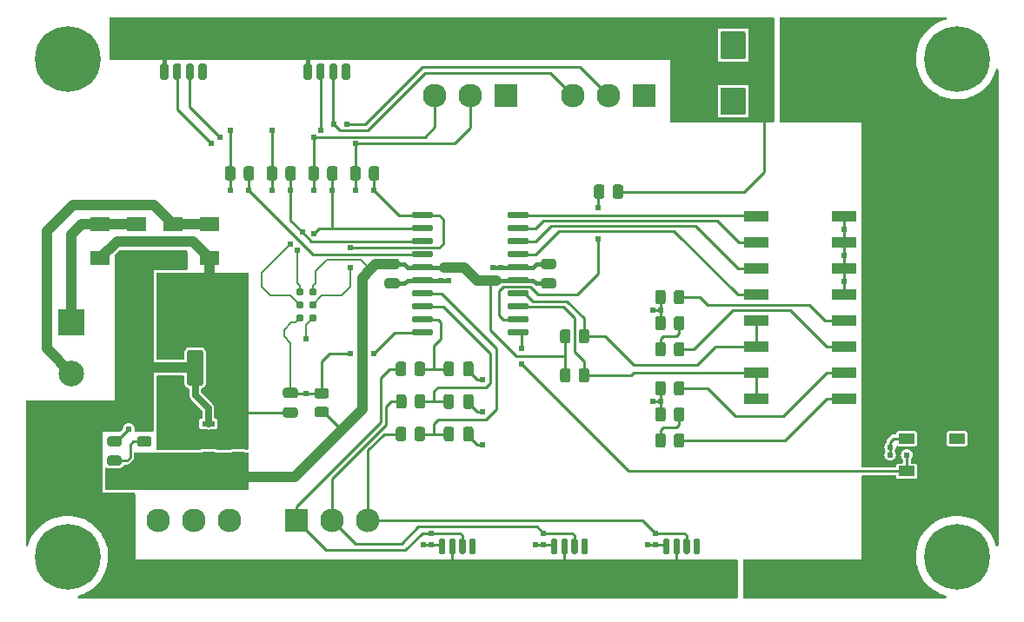
<source format=gtl>
G04 #@! TF.GenerationSoftware,KiCad,Pcbnew,6.0.10-86aedd382b~118~ubuntu18.04.1*
G04 #@! TF.CreationDate,2024-08-26T14:20:04-06:00*
G04 #@! TF.ProjectId,ckt-iiab,636b742d-6969-4616-922e-6b696361645f,rev?*
G04 #@! TF.SameCoordinates,Original*
G04 #@! TF.FileFunction,Copper,L1,Top*
G04 #@! TF.FilePolarity,Positive*
%FSLAX46Y46*%
G04 Gerber Fmt 4.6, Leading zero omitted, Abs format (unit mm)*
G04 Created by KiCad (PCBNEW 6.0.10-86aedd382b~118~ubuntu18.04.1) date 2024-08-26 14:20:04*
%MOMM*%
%LPD*%
G01*
G04 APERTURE LIST*
G04 #@! TA.AperFunction,ComponentPad*
%ADD10R,2.300000X2.300000*%
G04 #@! TD*
G04 #@! TA.AperFunction,ComponentPad*
%ADD11C,2.300000*%
G04 #@! TD*
G04 #@! TA.AperFunction,ComponentPad*
%ADD12C,6.400000*%
G04 #@! TD*
G04 #@! TA.AperFunction,SMDPad,CuDef*
%ADD13R,1.900000X1.400000*%
G04 #@! TD*
G04 #@! TA.AperFunction,SMDPad,CuDef*
%ADD14R,2.440000X1.120000*%
G04 #@! TD*
G04 #@! TA.AperFunction,ConnectorPad*
%ADD15C,0.787400*%
G04 #@! TD*
G04 #@! TA.AperFunction,ComponentPad*
%ADD16R,2.500000X2.500000*%
G04 #@! TD*
G04 #@! TA.AperFunction,ComponentPad*
%ADD17C,2.500000*%
G04 #@! TD*
G04 #@! TA.AperFunction,SMDPad,CuDef*
%ADD18R,1.193800X2.489200*%
G04 #@! TD*
G04 #@! TA.AperFunction,SMDPad,CuDef*
%ADD19R,1.300000X0.550000*%
G04 #@! TD*
G04 #@! TA.AperFunction,SMDPad,CuDef*
%ADD20R,1.500000X1.000000*%
G04 #@! TD*
G04 #@! TA.AperFunction,ViaPad*
%ADD21C,0.609600*%
G04 #@! TD*
G04 #@! TA.AperFunction,Conductor*
%ADD22C,0.635000*%
G04 #@! TD*
G04 #@! TA.AperFunction,Conductor*
%ADD23C,0.254000*%
G04 #@! TD*
G04 #@! TA.AperFunction,Conductor*
%ADD24C,1.016000*%
G04 #@! TD*
G04 #@! TA.AperFunction,Conductor*
%ADD25C,0.457200*%
G04 #@! TD*
G04 #@! TA.AperFunction,Conductor*
%ADD26C,0.203200*%
G04 #@! TD*
G04 #@! TA.AperFunction,Conductor*
%ADD27C,0.508000*%
G04 #@! TD*
G04 APERTURE END LIST*
G04 #@! TA.AperFunction,SMDPad,CuDef*
G36*
G01*
X101760000Y-106246000D02*
X102710000Y-106246000D01*
G75*
G02*
X102960000Y-106496000I0J-250000D01*
G01*
X102960000Y-106996000D01*
G75*
G02*
X102710000Y-107246000I-250000J0D01*
G01*
X101760000Y-107246000D01*
G75*
G02*
X101510000Y-106996000I0J250000D01*
G01*
X101510000Y-106496000D01*
G75*
G02*
X101760000Y-106246000I250000J0D01*
G01*
G37*
G04 #@! TD.AperFunction*
G04 #@! TA.AperFunction,SMDPad,CuDef*
G36*
G01*
X101760000Y-108146000D02*
X102710000Y-108146000D01*
G75*
G02*
X102960000Y-108396000I0J-250000D01*
G01*
X102960000Y-108896000D01*
G75*
G02*
X102710000Y-109146000I-250000J0D01*
G01*
X101760000Y-109146000D01*
G75*
G02*
X101510000Y-108896000I0J250000D01*
G01*
X101510000Y-108396000D01*
G75*
G02*
X101760000Y-108146000I250000J0D01*
G01*
G37*
G04 #@! TD.AperFunction*
G04 #@! TA.AperFunction,SMDPad,CuDef*
G36*
G01*
X138535000Y-122323000D02*
X138535000Y-121073000D01*
G75*
G02*
X138685000Y-120923000I150000J0D01*
G01*
X138985000Y-120923000D01*
G75*
G02*
X139135000Y-121073000I0J-150000D01*
G01*
X139135000Y-122323000D01*
G75*
G02*
X138985000Y-122473000I-150000J0D01*
G01*
X138685000Y-122473000D01*
G75*
G02*
X138535000Y-122323000I0J150000D01*
G01*
G37*
G04 #@! TD.AperFunction*
G04 #@! TA.AperFunction,SMDPad,CuDef*
G36*
G01*
X139535000Y-122323000D02*
X139535000Y-121073000D01*
G75*
G02*
X139685000Y-120923000I150000J0D01*
G01*
X139985000Y-120923000D01*
G75*
G02*
X140135000Y-121073000I0J-150000D01*
G01*
X140135000Y-122323000D01*
G75*
G02*
X139985000Y-122473000I-150000J0D01*
G01*
X139685000Y-122473000D01*
G75*
G02*
X139535000Y-122323000I0J150000D01*
G01*
G37*
G04 #@! TD.AperFunction*
G04 #@! TA.AperFunction,SMDPad,CuDef*
G36*
G01*
X140535000Y-122323000D02*
X140535000Y-121073000D01*
G75*
G02*
X140685000Y-120923000I150000J0D01*
G01*
X140985000Y-120923000D01*
G75*
G02*
X141135000Y-121073000I0J-150000D01*
G01*
X141135000Y-122323000D01*
G75*
G02*
X140985000Y-122473000I-150000J0D01*
G01*
X140685000Y-122473000D01*
G75*
G02*
X140535000Y-122323000I0J150000D01*
G01*
G37*
G04 #@! TD.AperFunction*
G04 #@! TA.AperFunction,SMDPad,CuDef*
G36*
G01*
X141535000Y-122323000D02*
X141535000Y-121073000D01*
G75*
G02*
X141685000Y-120923000I150000J0D01*
G01*
X141985000Y-120923000D01*
G75*
G02*
X142135000Y-121073000I0J-150000D01*
G01*
X142135000Y-122323000D01*
G75*
G02*
X141985000Y-122473000I-150000J0D01*
G01*
X141685000Y-122473000D01*
G75*
G02*
X141535000Y-122323000I0J150000D01*
G01*
G37*
G04 #@! TD.AperFunction*
G04 #@! TA.AperFunction,SMDPad,CuDef*
G36*
G01*
X142535000Y-126223000D02*
X142535000Y-124923000D01*
G75*
G02*
X142785000Y-124673000I250000J0D01*
G01*
X143485000Y-124673000D01*
G75*
G02*
X143735000Y-124923000I0J-250000D01*
G01*
X143735000Y-126223000D01*
G75*
G02*
X143485000Y-126473000I-250000J0D01*
G01*
X142785000Y-126473000D01*
G75*
G02*
X142535000Y-126223000I0J250000D01*
G01*
G37*
G04 #@! TD.AperFunction*
G04 #@! TA.AperFunction,SMDPad,CuDef*
G36*
G01*
X136935000Y-126223000D02*
X136935000Y-124923000D01*
G75*
G02*
X137185000Y-124673000I250000J0D01*
G01*
X137885000Y-124673000D01*
G75*
G02*
X138135000Y-124923000I0J-250000D01*
G01*
X138135000Y-126223000D01*
G75*
G02*
X137885000Y-126473000I-250000J0D01*
G01*
X137185000Y-126473000D01*
G75*
G02*
X136935000Y-126223000I0J250000D01*
G01*
G37*
G04 #@! TD.AperFunction*
G04 #@! TA.AperFunction,SMDPad,CuDef*
G36*
G01*
X140617000Y-99499000D02*
X140617000Y-100399000D01*
G75*
G02*
X140367000Y-100649000I-250000J0D01*
G01*
X139842000Y-100649000D01*
G75*
G02*
X139592000Y-100399000I0J250000D01*
G01*
X139592000Y-99499000D01*
G75*
G02*
X139842000Y-99249000I250000J0D01*
G01*
X140367000Y-99249000D01*
G75*
G02*
X140617000Y-99499000I0J-250000D01*
G01*
G37*
G04 #@! TD.AperFunction*
G04 #@! TA.AperFunction,SMDPad,CuDef*
G36*
G01*
X138792000Y-99499000D02*
X138792000Y-100399000D01*
G75*
G02*
X138542000Y-100649000I-250000J0D01*
G01*
X138017000Y-100649000D01*
G75*
G02*
X137767000Y-100399000I0J250000D01*
G01*
X137767000Y-99499000D01*
G75*
G02*
X138017000Y-99249000I250000J0D01*
G01*
X138542000Y-99249000D01*
G75*
G02*
X138792000Y-99499000I0J-250000D01*
G01*
G37*
G04 #@! TD.AperFunction*
G04 #@! TA.AperFunction,SMDPad,CuDef*
G36*
G01*
X98707000Y-84894000D02*
X98707000Y-85794000D01*
G75*
G02*
X98457000Y-86044000I-250000J0D01*
G01*
X97932000Y-86044000D01*
G75*
G02*
X97682000Y-85794000I0J250000D01*
G01*
X97682000Y-84894000D01*
G75*
G02*
X97932000Y-84644000I250000J0D01*
G01*
X98457000Y-84644000D01*
G75*
G02*
X98707000Y-84894000I0J-250000D01*
G01*
G37*
G04 #@! TD.AperFunction*
G04 #@! TA.AperFunction,SMDPad,CuDef*
G36*
G01*
X96882000Y-84894000D02*
X96882000Y-85794000D01*
G75*
G02*
X96632000Y-86044000I-250000J0D01*
G01*
X96107000Y-86044000D01*
G75*
G02*
X95857000Y-85794000I0J250000D01*
G01*
X95857000Y-84894000D01*
G75*
G02*
X96107000Y-84644000I250000J0D01*
G01*
X96632000Y-84644000D01*
G75*
G02*
X96882000Y-84894000I0J-250000D01*
G01*
G37*
G04 #@! TD.AperFunction*
D10*
X123261000Y-77724000D03*
D11*
X119761000Y-77724000D03*
X116261000Y-77724000D03*
G04 #@! TA.AperFunction,SMDPad,CuDef*
G36*
G01*
X117168000Y-111219000D02*
X117168000Y-110269000D01*
G75*
G02*
X117418000Y-110019000I250000J0D01*
G01*
X117918000Y-110019000D01*
G75*
G02*
X118168000Y-110269000I0J-250000D01*
G01*
X118168000Y-111219000D01*
G75*
G02*
X117918000Y-111469000I-250000J0D01*
G01*
X117418000Y-111469000D01*
G75*
G02*
X117168000Y-111219000I0J250000D01*
G01*
G37*
G04 #@! TD.AperFunction*
G04 #@! TA.AperFunction,SMDPad,CuDef*
G36*
G01*
X119068000Y-111219000D02*
X119068000Y-110269000D01*
G75*
G02*
X119318000Y-110019000I250000J0D01*
G01*
X119818000Y-110019000D01*
G75*
G02*
X120068000Y-110269000I0J-250000D01*
G01*
X120068000Y-111219000D01*
G75*
G02*
X119818000Y-111469000I-250000J0D01*
G01*
X119318000Y-111469000D01*
G75*
G02*
X119068000Y-111219000I0J250000D01*
G01*
G37*
G04 #@! TD.AperFunction*
D12*
X167132000Y-122682000D03*
G04 #@! TA.AperFunction,SMDPad,CuDef*
G36*
G01*
X104833000Y-106271000D02*
X105733000Y-106271000D01*
G75*
G02*
X105983000Y-106521000I0J-250000D01*
G01*
X105983000Y-107046000D01*
G75*
G02*
X105733000Y-107296000I-250000J0D01*
G01*
X104833000Y-107296000D01*
G75*
G02*
X104583000Y-107046000I0J250000D01*
G01*
X104583000Y-106521000D01*
G75*
G02*
X104833000Y-106271000I250000J0D01*
G01*
G37*
G04 #@! TD.AperFunction*
G04 #@! TA.AperFunction,SMDPad,CuDef*
G36*
G01*
X104833000Y-108096000D02*
X105733000Y-108096000D01*
G75*
G02*
X105983000Y-108346000I0J-250000D01*
G01*
X105983000Y-108871000D01*
G75*
G02*
X105733000Y-109121000I-250000J0D01*
G01*
X104833000Y-109121000D01*
G75*
G02*
X104583000Y-108871000I0J250000D01*
G01*
X104583000Y-108346000D01*
G75*
G02*
X104833000Y-108096000I250000J0D01*
G01*
G37*
G04 #@! TD.AperFunction*
G04 #@! TA.AperFunction,SMDPad,CuDef*
G36*
G01*
X115367500Y-107119000D02*
X115367500Y-108019000D01*
G75*
G02*
X115117500Y-108269000I-250000J0D01*
G01*
X114592500Y-108269000D01*
G75*
G02*
X114342500Y-108019000I0J250000D01*
G01*
X114342500Y-107119000D01*
G75*
G02*
X114592500Y-106869000I250000J0D01*
G01*
X115117500Y-106869000D01*
G75*
G02*
X115367500Y-107119000I0J-250000D01*
G01*
G37*
G04 #@! TD.AperFunction*
G04 #@! TA.AperFunction,SMDPad,CuDef*
G36*
G01*
X113542500Y-107119000D02*
X113542500Y-108019000D01*
G75*
G02*
X113292500Y-108269000I-250000J0D01*
G01*
X112767500Y-108269000D01*
G75*
G02*
X112517500Y-108019000I0J250000D01*
G01*
X112517500Y-107119000D01*
G75*
G02*
X112767500Y-106869000I250000J0D01*
G01*
X113292500Y-106869000D01*
G75*
G02*
X113542500Y-107119000I0J-250000D01*
G01*
G37*
G04 #@! TD.AperFunction*
X167132000Y-74168000D03*
G04 #@! TA.AperFunction,SMDPad,CuDef*
G36*
G01*
X106835000Y-84894000D02*
X106835000Y-85794000D01*
G75*
G02*
X106585000Y-86044000I-250000J0D01*
G01*
X106060000Y-86044000D01*
G75*
G02*
X105810000Y-85794000I0J250000D01*
G01*
X105810000Y-84894000D01*
G75*
G02*
X106060000Y-84644000I250000J0D01*
G01*
X106585000Y-84644000D01*
G75*
G02*
X106835000Y-84894000I0J-250000D01*
G01*
G37*
G04 #@! TD.AperFunction*
G04 #@! TA.AperFunction,SMDPad,CuDef*
G36*
G01*
X105010000Y-84894000D02*
X105010000Y-85794000D01*
G75*
G02*
X104760000Y-86044000I-250000J0D01*
G01*
X104235000Y-86044000D01*
G75*
G02*
X103985000Y-85794000I0J250000D01*
G01*
X103985000Y-84894000D01*
G75*
G02*
X104235000Y-84644000I250000J0D01*
G01*
X104760000Y-84644000D01*
G75*
G02*
X105010000Y-84894000I0J-250000D01*
G01*
G37*
G04 #@! TD.AperFunction*
D13*
X87249000Y-93598000D03*
X87249000Y-90298000D03*
G04 #@! TA.AperFunction,SMDPad,CuDef*
G36*
G01*
X140617000Y-102039000D02*
X140617000Y-102939000D01*
G75*
G02*
X140367000Y-103189000I-250000J0D01*
G01*
X139842000Y-103189000D01*
G75*
G02*
X139592000Y-102939000I0J250000D01*
G01*
X139592000Y-102039000D01*
G75*
G02*
X139842000Y-101789000I250000J0D01*
G01*
X140367000Y-101789000D01*
G75*
G02*
X140617000Y-102039000I0J-250000D01*
G01*
G37*
G04 #@! TD.AperFunction*
G04 #@! TA.AperFunction,SMDPad,CuDef*
G36*
G01*
X138792000Y-102039000D02*
X138792000Y-102939000D01*
G75*
G02*
X138542000Y-103189000I-250000J0D01*
G01*
X138017000Y-103189000D01*
G75*
G02*
X137767000Y-102939000I0J250000D01*
G01*
X137767000Y-102039000D01*
G75*
G02*
X138017000Y-101789000I250000J0D01*
G01*
X138542000Y-101789000D01*
G75*
G02*
X138792000Y-102039000I0J-250000D01*
G01*
G37*
G04 #@! TD.AperFunction*
G04 #@! TA.AperFunction,SMDPad,CuDef*
G36*
G01*
X127856000Y-96573000D02*
X126906000Y-96573000D01*
G75*
G02*
X126656000Y-96323000I0J250000D01*
G01*
X126656000Y-95823000D01*
G75*
G02*
X126906000Y-95573000I250000J0D01*
G01*
X127856000Y-95573000D01*
G75*
G02*
X128106000Y-95823000I0J-250000D01*
G01*
X128106000Y-96323000D01*
G75*
G02*
X127856000Y-96573000I-250000J0D01*
G01*
G37*
G04 #@! TD.AperFunction*
G04 #@! TA.AperFunction,SMDPad,CuDef*
G36*
G01*
X127856000Y-94673000D02*
X126906000Y-94673000D01*
G75*
G02*
X126656000Y-94423000I0J250000D01*
G01*
X126656000Y-93923000D01*
G75*
G02*
X126906000Y-93673000I250000J0D01*
G01*
X127856000Y-93673000D01*
G75*
G02*
X128106000Y-93923000I0J-250000D01*
G01*
X128106000Y-94423000D01*
G75*
G02*
X127856000Y-94673000I-250000J0D01*
G01*
G37*
G04 #@! TD.AperFunction*
G04 #@! TA.AperFunction,SMDPad,CuDef*
G36*
G01*
X93514000Y-106050000D02*
X92414000Y-106050000D01*
G75*
G02*
X92164000Y-105800000I0J250000D01*
G01*
X92164000Y-102800000D01*
G75*
G02*
X92414000Y-102550000I250000J0D01*
G01*
X93514000Y-102550000D01*
G75*
G02*
X93764000Y-102800000I0J-250000D01*
G01*
X93764000Y-105800000D01*
G75*
G02*
X93514000Y-106050000I-250000J0D01*
G01*
G37*
G04 #@! TD.AperFunction*
G04 #@! TA.AperFunction,SMDPad,CuDef*
G36*
G01*
X93514000Y-100650000D02*
X92414000Y-100650000D01*
G75*
G02*
X92164000Y-100400000I0J250000D01*
G01*
X92164000Y-97400000D01*
G75*
G02*
X92414000Y-97150000I250000J0D01*
G01*
X93514000Y-97150000D01*
G75*
G02*
X93764000Y-97400000I0J-250000D01*
G01*
X93764000Y-100400000D01*
G75*
G02*
X93514000Y-100650000I-250000J0D01*
G01*
G37*
G04 #@! TD.AperFunction*
G04 #@! TA.AperFunction,SMDPad,CuDef*
G36*
G01*
X131346000Y-100769000D02*
X131346000Y-101669000D01*
G75*
G02*
X131096000Y-101919000I-250000J0D01*
G01*
X130571000Y-101919000D01*
G75*
G02*
X130321000Y-101669000I0J250000D01*
G01*
X130321000Y-100769000D01*
G75*
G02*
X130571000Y-100519000I250000J0D01*
G01*
X131096000Y-100519000D01*
G75*
G02*
X131346000Y-100769000I0J-250000D01*
G01*
G37*
G04 #@! TD.AperFunction*
G04 #@! TA.AperFunction,SMDPad,CuDef*
G36*
G01*
X129521000Y-100769000D02*
X129521000Y-101669000D01*
G75*
G02*
X129271000Y-101919000I-250000J0D01*
G01*
X128746000Y-101919000D01*
G75*
G02*
X128496000Y-101669000I0J250000D01*
G01*
X128496000Y-100769000D01*
G75*
G02*
X128746000Y-100519000I250000J0D01*
G01*
X129271000Y-100519000D01*
G75*
G02*
X129521000Y-100769000I0J-250000D01*
G01*
G37*
G04 #@! TD.AperFunction*
G04 #@! TA.AperFunction,SMDPad,CuDef*
G36*
G01*
X116691000Y-122323000D02*
X116691000Y-121073000D01*
G75*
G02*
X116841000Y-120923000I150000J0D01*
G01*
X117141000Y-120923000D01*
G75*
G02*
X117291000Y-121073000I0J-150000D01*
G01*
X117291000Y-122323000D01*
G75*
G02*
X117141000Y-122473000I-150000J0D01*
G01*
X116841000Y-122473000D01*
G75*
G02*
X116691000Y-122323000I0J150000D01*
G01*
G37*
G04 #@! TD.AperFunction*
G04 #@! TA.AperFunction,SMDPad,CuDef*
G36*
G01*
X117691000Y-122323000D02*
X117691000Y-121073000D01*
G75*
G02*
X117841000Y-120923000I150000J0D01*
G01*
X118141000Y-120923000D01*
G75*
G02*
X118291000Y-121073000I0J-150000D01*
G01*
X118291000Y-122323000D01*
G75*
G02*
X118141000Y-122473000I-150000J0D01*
G01*
X117841000Y-122473000D01*
G75*
G02*
X117691000Y-122323000I0J150000D01*
G01*
G37*
G04 #@! TD.AperFunction*
G04 #@! TA.AperFunction,SMDPad,CuDef*
G36*
G01*
X118691000Y-122323000D02*
X118691000Y-121073000D01*
G75*
G02*
X118841000Y-120923000I150000J0D01*
G01*
X119141000Y-120923000D01*
G75*
G02*
X119291000Y-121073000I0J-150000D01*
G01*
X119291000Y-122323000D01*
G75*
G02*
X119141000Y-122473000I-150000J0D01*
G01*
X118841000Y-122473000D01*
G75*
G02*
X118691000Y-122323000I0J150000D01*
G01*
G37*
G04 #@! TD.AperFunction*
G04 #@! TA.AperFunction,SMDPad,CuDef*
G36*
G01*
X119691000Y-122323000D02*
X119691000Y-121073000D01*
G75*
G02*
X119841000Y-120923000I150000J0D01*
G01*
X120141000Y-120923000D01*
G75*
G02*
X120291000Y-121073000I0J-150000D01*
G01*
X120291000Y-122323000D01*
G75*
G02*
X120141000Y-122473000I-150000J0D01*
G01*
X119841000Y-122473000D01*
G75*
G02*
X119691000Y-122323000I0J150000D01*
G01*
G37*
G04 #@! TD.AperFunction*
G04 #@! TA.AperFunction,SMDPad,CuDef*
G36*
G01*
X115091000Y-126223000D02*
X115091000Y-124923000D01*
G75*
G02*
X115341000Y-124673000I250000J0D01*
G01*
X116041000Y-124673000D01*
G75*
G02*
X116291000Y-124923000I0J-250000D01*
G01*
X116291000Y-126223000D01*
G75*
G02*
X116041000Y-126473000I-250000J0D01*
G01*
X115341000Y-126473000D01*
G75*
G02*
X115091000Y-126223000I0J250000D01*
G01*
G37*
G04 #@! TD.AperFunction*
G04 #@! TA.AperFunction,SMDPad,CuDef*
G36*
G01*
X120691000Y-126223000D02*
X120691000Y-124923000D01*
G75*
G02*
X120941000Y-124673000I250000J0D01*
G01*
X121641000Y-124673000D01*
G75*
G02*
X121891000Y-124923000I0J-250000D01*
G01*
X121891000Y-126223000D01*
G75*
G02*
X121641000Y-126473000I-250000J0D01*
G01*
X120941000Y-126473000D01*
G75*
G02*
X120691000Y-126223000I0J250000D01*
G01*
G37*
G04 #@! TD.AperFunction*
G04 #@! TA.AperFunction,SMDPad,CuDef*
G36*
G01*
X134648000Y-86672000D02*
X134648000Y-87572000D01*
G75*
G02*
X134398000Y-87822000I-250000J0D01*
G01*
X133873000Y-87822000D01*
G75*
G02*
X133623000Y-87572000I0J250000D01*
G01*
X133623000Y-86672000D01*
G75*
G02*
X133873000Y-86422000I250000J0D01*
G01*
X134398000Y-86422000D01*
G75*
G02*
X134648000Y-86672000I0J-250000D01*
G01*
G37*
G04 #@! TD.AperFunction*
G04 #@! TA.AperFunction,SMDPad,CuDef*
G36*
G01*
X132823000Y-86672000D02*
X132823000Y-87572000D01*
G75*
G02*
X132573000Y-87822000I-250000J0D01*
G01*
X132048000Y-87822000D01*
G75*
G02*
X131798000Y-87572000I0J250000D01*
G01*
X131798000Y-86672000D01*
G75*
G02*
X132048000Y-86422000I250000J0D01*
G01*
X132573000Y-86422000D01*
G75*
G02*
X132823000Y-86672000I0J-250000D01*
G01*
G37*
G04 #@! TD.AperFunction*
G04 #@! TA.AperFunction,SMDPad,CuDef*
G36*
G01*
X115344000Y-103944000D02*
X115344000Y-104844000D01*
G75*
G02*
X115094000Y-105094000I-250000J0D01*
G01*
X114569000Y-105094000D01*
G75*
G02*
X114319000Y-104844000I0J250000D01*
G01*
X114319000Y-103944000D01*
G75*
G02*
X114569000Y-103694000I250000J0D01*
G01*
X115094000Y-103694000D01*
G75*
G02*
X115344000Y-103944000I0J-250000D01*
G01*
G37*
G04 #@! TD.AperFunction*
G04 #@! TA.AperFunction,SMDPad,CuDef*
G36*
G01*
X113519000Y-103944000D02*
X113519000Y-104844000D01*
G75*
G02*
X113269000Y-105094000I-250000J0D01*
G01*
X112744000Y-105094000D01*
G75*
G02*
X112494000Y-104844000I0J250000D01*
G01*
X112494000Y-103944000D01*
G75*
G02*
X112744000Y-103694000I250000J0D01*
G01*
X113269000Y-103694000D01*
G75*
G02*
X113519000Y-103944000I0J-250000D01*
G01*
G37*
G04 #@! TD.AperFunction*
D12*
X80518000Y-122682000D03*
G04 #@! TA.AperFunction,SMDPad,CuDef*
G36*
G01*
X110899000Y-84894000D02*
X110899000Y-85794000D01*
G75*
G02*
X110649000Y-86044000I-250000J0D01*
G01*
X110124000Y-86044000D01*
G75*
G02*
X109874000Y-85794000I0J250000D01*
G01*
X109874000Y-84894000D01*
G75*
G02*
X110124000Y-84644000I250000J0D01*
G01*
X110649000Y-84644000D01*
G75*
G02*
X110899000Y-84894000I0J-250000D01*
G01*
G37*
G04 #@! TD.AperFunction*
G04 #@! TA.AperFunction,SMDPad,CuDef*
G36*
G01*
X109074000Y-84894000D02*
X109074000Y-85794000D01*
G75*
G02*
X108824000Y-86044000I-250000J0D01*
G01*
X108299000Y-86044000D01*
G75*
G02*
X108049000Y-85794000I0J250000D01*
G01*
X108049000Y-84894000D01*
G75*
G02*
X108299000Y-84644000I250000J0D01*
G01*
X108824000Y-84644000D01*
G75*
G02*
X109074000Y-84894000I0J-250000D01*
G01*
G37*
G04 #@! TD.AperFunction*
X80518000Y-74168000D03*
D13*
X94361000Y-90298000D03*
X94361000Y-93598000D03*
X83693000Y-90298000D03*
X83693000Y-93598000D03*
D14*
X156197000Y-107315000D03*
X156197000Y-104775000D03*
X156197000Y-102235000D03*
X156197000Y-99695000D03*
X156197000Y-97155000D03*
X156197000Y-94615000D03*
X156197000Y-92075000D03*
X156197000Y-89535000D03*
X147587000Y-89535000D03*
X147587000Y-92075000D03*
X147587000Y-94615000D03*
X147587000Y-97155000D03*
X147587000Y-99695000D03*
X147587000Y-102235000D03*
X147587000Y-104775000D03*
X147587000Y-107315000D03*
G04 #@! TA.AperFunction,SMDPad,CuDef*
G36*
G01*
X117168000Y-104869000D02*
X117168000Y-103919000D01*
G75*
G02*
X117418000Y-103669000I250000J0D01*
G01*
X117918000Y-103669000D01*
G75*
G02*
X118168000Y-103919000I0J-250000D01*
G01*
X118168000Y-104869000D01*
G75*
G02*
X117918000Y-105119000I-250000J0D01*
G01*
X117418000Y-105119000D01*
G75*
G02*
X117168000Y-104869000I0J250000D01*
G01*
G37*
G04 #@! TD.AperFunction*
G04 #@! TA.AperFunction,SMDPad,CuDef*
G36*
G01*
X119068000Y-104869000D02*
X119068000Y-103919000D01*
G75*
G02*
X119318000Y-103669000I250000J0D01*
G01*
X119818000Y-103669000D01*
G75*
G02*
X120068000Y-103919000I0J-250000D01*
G01*
X120068000Y-104869000D01*
G75*
G02*
X119818000Y-105119000I-250000J0D01*
G01*
X119318000Y-105119000D01*
G75*
G02*
X119068000Y-104869000I0J250000D01*
G01*
G37*
G04 #@! TD.AperFunction*
G04 #@! TA.AperFunction,SMDPad,CuDef*
G36*
G01*
X84633750Y-110970000D02*
X85546250Y-110970000D01*
G75*
G02*
X85790000Y-111213750I0J-243750D01*
G01*
X85790000Y-111701250D01*
G75*
G02*
X85546250Y-111945000I-243750J0D01*
G01*
X84633750Y-111945000D01*
G75*
G02*
X84390000Y-111701250I0J243750D01*
G01*
X84390000Y-111213750D01*
G75*
G02*
X84633750Y-110970000I243750J0D01*
G01*
G37*
G04 #@! TD.AperFunction*
G04 #@! TA.AperFunction,SMDPad,CuDef*
G36*
G01*
X84633750Y-112845000D02*
X85546250Y-112845000D01*
G75*
G02*
X85790000Y-113088750I0J-243750D01*
G01*
X85790000Y-113576250D01*
G75*
G02*
X85546250Y-113820000I-243750J0D01*
G01*
X84633750Y-113820000D01*
G75*
G02*
X84390000Y-113576250I0J243750D01*
G01*
X84390000Y-113088750D01*
G75*
G02*
X84633750Y-112845000I243750J0D01*
G01*
G37*
G04 #@! TD.AperFunction*
G04 #@! TA.AperFunction,SMDPad,CuDef*
G36*
G01*
X102771000Y-84894000D02*
X102771000Y-85794000D01*
G75*
G02*
X102521000Y-86044000I-250000J0D01*
G01*
X101996000Y-86044000D01*
G75*
G02*
X101746000Y-85794000I0J250000D01*
G01*
X101746000Y-84894000D01*
G75*
G02*
X101996000Y-84644000I250000J0D01*
G01*
X102521000Y-84644000D01*
G75*
G02*
X102771000Y-84894000I0J-250000D01*
G01*
G37*
G04 #@! TD.AperFunction*
G04 #@! TA.AperFunction,SMDPad,CuDef*
G36*
G01*
X100946000Y-84894000D02*
X100946000Y-85794000D01*
G75*
G02*
X100696000Y-86044000I-250000J0D01*
G01*
X100171000Y-86044000D01*
G75*
G02*
X99921000Y-85794000I0J250000D01*
G01*
X99921000Y-84894000D01*
G75*
G02*
X100171000Y-84644000I250000J0D01*
G01*
X100696000Y-84644000D01*
G75*
G02*
X100946000Y-84894000I0J-250000D01*
G01*
G37*
G04 #@! TD.AperFunction*
D15*
X103124000Y-96897000D03*
X104394000Y-96897000D03*
X103124000Y-98167000D03*
X104394000Y-98167000D03*
X103124000Y-99437000D03*
X104394000Y-99437000D03*
G04 #@! TA.AperFunction,SMDPad,CuDef*
G36*
G01*
X140617000Y-108389000D02*
X140617000Y-109289000D01*
G75*
G02*
X140367000Y-109539000I-250000J0D01*
G01*
X139842000Y-109539000D01*
G75*
G02*
X139592000Y-109289000I0J250000D01*
G01*
X139592000Y-108389000D01*
G75*
G02*
X139842000Y-108139000I250000J0D01*
G01*
X140367000Y-108139000D01*
G75*
G02*
X140617000Y-108389000I0J-250000D01*
G01*
G37*
G04 #@! TD.AperFunction*
G04 #@! TA.AperFunction,SMDPad,CuDef*
G36*
G01*
X138792000Y-108389000D02*
X138792000Y-109289000D01*
G75*
G02*
X138542000Y-109539000I-250000J0D01*
G01*
X138017000Y-109539000D01*
G75*
G02*
X137767000Y-109289000I0J250000D01*
G01*
X137767000Y-108389000D01*
G75*
G02*
X138017000Y-108139000I250000J0D01*
G01*
X138542000Y-108139000D01*
G75*
G02*
X138792000Y-108389000I0J-250000D01*
G01*
G37*
G04 #@! TD.AperFunction*
D16*
X80899000Y-99822000D03*
D17*
X80899000Y-104822000D03*
G04 #@! TA.AperFunction,SMDPad,CuDef*
G36*
G01*
X140617000Y-96959000D02*
X140617000Y-97859000D01*
G75*
G02*
X140367000Y-98109000I-250000J0D01*
G01*
X139842000Y-98109000D01*
G75*
G02*
X139592000Y-97859000I0J250000D01*
G01*
X139592000Y-96959000D01*
G75*
G02*
X139842000Y-96709000I250000J0D01*
G01*
X140367000Y-96709000D01*
G75*
G02*
X140617000Y-96959000I0J-250000D01*
G01*
G37*
G04 #@! TD.AperFunction*
G04 #@! TA.AperFunction,SMDPad,CuDef*
G36*
G01*
X138792000Y-96959000D02*
X138792000Y-97859000D01*
G75*
G02*
X138542000Y-98109000I-250000J0D01*
G01*
X138017000Y-98109000D01*
G75*
G02*
X137767000Y-97859000I0J250000D01*
G01*
X137767000Y-96959000D01*
G75*
G02*
X138017000Y-96709000I250000J0D01*
G01*
X138542000Y-96709000D01*
G75*
G02*
X138792000Y-96959000I0J-250000D01*
G01*
G37*
G04 #@! TD.AperFunction*
G04 #@! TA.AperFunction,SMDPad,CuDef*
G36*
G01*
X131346000Y-104579000D02*
X131346000Y-105479000D01*
G75*
G02*
X131096000Y-105729000I-250000J0D01*
G01*
X130571000Y-105729000D01*
G75*
G02*
X130321000Y-105479000I0J250000D01*
G01*
X130321000Y-104579000D01*
G75*
G02*
X130571000Y-104329000I250000J0D01*
G01*
X131096000Y-104329000D01*
G75*
G02*
X131346000Y-104579000I0J-250000D01*
G01*
G37*
G04 #@! TD.AperFunction*
G04 #@! TA.AperFunction,SMDPad,CuDef*
G36*
G01*
X129521000Y-104579000D02*
X129521000Y-105479000D01*
G75*
G02*
X129271000Y-105729000I-250000J0D01*
G01*
X128746000Y-105729000D01*
G75*
G02*
X128496000Y-105479000I0J250000D01*
G01*
X128496000Y-104579000D01*
G75*
G02*
X128746000Y-104329000I250000J0D01*
G01*
X129271000Y-104329000D01*
G75*
G02*
X129521000Y-104579000I0J-250000D01*
G01*
G37*
G04 #@! TD.AperFunction*
G04 #@! TA.AperFunction,SMDPad,CuDef*
G36*
G01*
X114086000Y-89558000D02*
X114086000Y-89258000D01*
G75*
G02*
X114236000Y-89108000I150000J0D01*
G01*
X115986000Y-89108000D01*
G75*
G02*
X116136000Y-89258000I0J-150000D01*
G01*
X116136000Y-89558000D01*
G75*
G02*
X115986000Y-89708000I-150000J0D01*
G01*
X114236000Y-89708000D01*
G75*
G02*
X114086000Y-89558000I0J150000D01*
G01*
G37*
G04 #@! TD.AperFunction*
G04 #@! TA.AperFunction,SMDPad,CuDef*
G36*
G01*
X114086000Y-90828000D02*
X114086000Y-90528000D01*
G75*
G02*
X114236000Y-90378000I150000J0D01*
G01*
X115986000Y-90378000D01*
G75*
G02*
X116136000Y-90528000I0J-150000D01*
G01*
X116136000Y-90828000D01*
G75*
G02*
X115986000Y-90978000I-150000J0D01*
G01*
X114236000Y-90978000D01*
G75*
G02*
X114086000Y-90828000I0J150000D01*
G01*
G37*
G04 #@! TD.AperFunction*
G04 #@! TA.AperFunction,SMDPad,CuDef*
G36*
G01*
X114086000Y-92098000D02*
X114086000Y-91798000D01*
G75*
G02*
X114236000Y-91648000I150000J0D01*
G01*
X115986000Y-91648000D01*
G75*
G02*
X116136000Y-91798000I0J-150000D01*
G01*
X116136000Y-92098000D01*
G75*
G02*
X115986000Y-92248000I-150000J0D01*
G01*
X114236000Y-92248000D01*
G75*
G02*
X114086000Y-92098000I0J150000D01*
G01*
G37*
G04 #@! TD.AperFunction*
G04 #@! TA.AperFunction,SMDPad,CuDef*
G36*
G01*
X114086000Y-93368000D02*
X114086000Y-93068000D01*
G75*
G02*
X114236000Y-92918000I150000J0D01*
G01*
X115986000Y-92918000D01*
G75*
G02*
X116136000Y-93068000I0J-150000D01*
G01*
X116136000Y-93368000D01*
G75*
G02*
X115986000Y-93518000I-150000J0D01*
G01*
X114236000Y-93518000D01*
G75*
G02*
X114086000Y-93368000I0J150000D01*
G01*
G37*
G04 #@! TD.AperFunction*
G04 #@! TA.AperFunction,SMDPad,CuDef*
G36*
G01*
X114086000Y-94638000D02*
X114086000Y-94338000D01*
G75*
G02*
X114236000Y-94188000I150000J0D01*
G01*
X115986000Y-94188000D01*
G75*
G02*
X116136000Y-94338000I0J-150000D01*
G01*
X116136000Y-94638000D01*
G75*
G02*
X115986000Y-94788000I-150000J0D01*
G01*
X114236000Y-94788000D01*
G75*
G02*
X114086000Y-94638000I0J150000D01*
G01*
G37*
G04 #@! TD.AperFunction*
G04 #@! TA.AperFunction,SMDPad,CuDef*
G36*
G01*
X114086000Y-95908000D02*
X114086000Y-95608000D01*
G75*
G02*
X114236000Y-95458000I150000J0D01*
G01*
X115986000Y-95458000D01*
G75*
G02*
X116136000Y-95608000I0J-150000D01*
G01*
X116136000Y-95908000D01*
G75*
G02*
X115986000Y-96058000I-150000J0D01*
G01*
X114236000Y-96058000D01*
G75*
G02*
X114086000Y-95908000I0J150000D01*
G01*
G37*
G04 #@! TD.AperFunction*
G04 #@! TA.AperFunction,SMDPad,CuDef*
G36*
G01*
X114086000Y-97178000D02*
X114086000Y-96878000D01*
G75*
G02*
X114236000Y-96728000I150000J0D01*
G01*
X115986000Y-96728000D01*
G75*
G02*
X116136000Y-96878000I0J-150000D01*
G01*
X116136000Y-97178000D01*
G75*
G02*
X115986000Y-97328000I-150000J0D01*
G01*
X114236000Y-97328000D01*
G75*
G02*
X114086000Y-97178000I0J150000D01*
G01*
G37*
G04 #@! TD.AperFunction*
G04 #@! TA.AperFunction,SMDPad,CuDef*
G36*
G01*
X114086000Y-98448000D02*
X114086000Y-98148000D01*
G75*
G02*
X114236000Y-97998000I150000J0D01*
G01*
X115986000Y-97998000D01*
G75*
G02*
X116136000Y-98148000I0J-150000D01*
G01*
X116136000Y-98448000D01*
G75*
G02*
X115986000Y-98598000I-150000J0D01*
G01*
X114236000Y-98598000D01*
G75*
G02*
X114086000Y-98448000I0J150000D01*
G01*
G37*
G04 #@! TD.AperFunction*
G04 #@! TA.AperFunction,SMDPad,CuDef*
G36*
G01*
X114086000Y-99718000D02*
X114086000Y-99418000D01*
G75*
G02*
X114236000Y-99268000I150000J0D01*
G01*
X115986000Y-99268000D01*
G75*
G02*
X116136000Y-99418000I0J-150000D01*
G01*
X116136000Y-99718000D01*
G75*
G02*
X115986000Y-99868000I-150000J0D01*
G01*
X114236000Y-99868000D01*
G75*
G02*
X114086000Y-99718000I0J150000D01*
G01*
G37*
G04 #@! TD.AperFunction*
G04 #@! TA.AperFunction,SMDPad,CuDef*
G36*
G01*
X114086000Y-100988000D02*
X114086000Y-100688000D01*
G75*
G02*
X114236000Y-100538000I150000J0D01*
G01*
X115986000Y-100538000D01*
G75*
G02*
X116136000Y-100688000I0J-150000D01*
G01*
X116136000Y-100988000D01*
G75*
G02*
X115986000Y-101138000I-150000J0D01*
G01*
X114236000Y-101138000D01*
G75*
G02*
X114086000Y-100988000I0J150000D01*
G01*
G37*
G04 #@! TD.AperFunction*
G04 #@! TA.AperFunction,SMDPad,CuDef*
G36*
G01*
X123386000Y-100988000D02*
X123386000Y-100688000D01*
G75*
G02*
X123536000Y-100538000I150000J0D01*
G01*
X125286000Y-100538000D01*
G75*
G02*
X125436000Y-100688000I0J-150000D01*
G01*
X125436000Y-100988000D01*
G75*
G02*
X125286000Y-101138000I-150000J0D01*
G01*
X123536000Y-101138000D01*
G75*
G02*
X123386000Y-100988000I0J150000D01*
G01*
G37*
G04 #@! TD.AperFunction*
G04 #@! TA.AperFunction,SMDPad,CuDef*
G36*
G01*
X123386000Y-99718000D02*
X123386000Y-99418000D01*
G75*
G02*
X123536000Y-99268000I150000J0D01*
G01*
X125286000Y-99268000D01*
G75*
G02*
X125436000Y-99418000I0J-150000D01*
G01*
X125436000Y-99718000D01*
G75*
G02*
X125286000Y-99868000I-150000J0D01*
G01*
X123536000Y-99868000D01*
G75*
G02*
X123386000Y-99718000I0J150000D01*
G01*
G37*
G04 #@! TD.AperFunction*
G04 #@! TA.AperFunction,SMDPad,CuDef*
G36*
G01*
X123386000Y-98448000D02*
X123386000Y-98148000D01*
G75*
G02*
X123536000Y-97998000I150000J0D01*
G01*
X125286000Y-97998000D01*
G75*
G02*
X125436000Y-98148000I0J-150000D01*
G01*
X125436000Y-98448000D01*
G75*
G02*
X125286000Y-98598000I-150000J0D01*
G01*
X123536000Y-98598000D01*
G75*
G02*
X123386000Y-98448000I0J150000D01*
G01*
G37*
G04 #@! TD.AperFunction*
G04 #@! TA.AperFunction,SMDPad,CuDef*
G36*
G01*
X123386000Y-97178000D02*
X123386000Y-96878000D01*
G75*
G02*
X123536000Y-96728000I150000J0D01*
G01*
X125286000Y-96728000D01*
G75*
G02*
X125436000Y-96878000I0J-150000D01*
G01*
X125436000Y-97178000D01*
G75*
G02*
X125286000Y-97328000I-150000J0D01*
G01*
X123536000Y-97328000D01*
G75*
G02*
X123386000Y-97178000I0J150000D01*
G01*
G37*
G04 #@! TD.AperFunction*
G04 #@! TA.AperFunction,SMDPad,CuDef*
G36*
G01*
X123386000Y-95908000D02*
X123386000Y-95608000D01*
G75*
G02*
X123536000Y-95458000I150000J0D01*
G01*
X125286000Y-95458000D01*
G75*
G02*
X125436000Y-95608000I0J-150000D01*
G01*
X125436000Y-95908000D01*
G75*
G02*
X125286000Y-96058000I-150000J0D01*
G01*
X123536000Y-96058000D01*
G75*
G02*
X123386000Y-95908000I0J150000D01*
G01*
G37*
G04 #@! TD.AperFunction*
G04 #@! TA.AperFunction,SMDPad,CuDef*
G36*
G01*
X123386000Y-94638000D02*
X123386000Y-94338000D01*
G75*
G02*
X123536000Y-94188000I150000J0D01*
G01*
X125286000Y-94188000D01*
G75*
G02*
X125436000Y-94338000I0J-150000D01*
G01*
X125436000Y-94638000D01*
G75*
G02*
X125286000Y-94788000I-150000J0D01*
G01*
X123536000Y-94788000D01*
G75*
G02*
X123386000Y-94638000I0J150000D01*
G01*
G37*
G04 #@! TD.AperFunction*
G04 #@! TA.AperFunction,SMDPad,CuDef*
G36*
G01*
X123386000Y-93368000D02*
X123386000Y-93068000D01*
G75*
G02*
X123536000Y-92918000I150000J0D01*
G01*
X125286000Y-92918000D01*
G75*
G02*
X125436000Y-93068000I0J-150000D01*
G01*
X125436000Y-93368000D01*
G75*
G02*
X125286000Y-93518000I-150000J0D01*
G01*
X123536000Y-93518000D01*
G75*
G02*
X123386000Y-93368000I0J150000D01*
G01*
G37*
G04 #@! TD.AperFunction*
G04 #@! TA.AperFunction,SMDPad,CuDef*
G36*
G01*
X123386000Y-92098000D02*
X123386000Y-91798000D01*
G75*
G02*
X123536000Y-91648000I150000J0D01*
G01*
X125286000Y-91648000D01*
G75*
G02*
X125436000Y-91798000I0J-150000D01*
G01*
X125436000Y-92098000D01*
G75*
G02*
X125286000Y-92248000I-150000J0D01*
G01*
X123536000Y-92248000D01*
G75*
G02*
X123386000Y-92098000I0J150000D01*
G01*
G37*
G04 #@! TD.AperFunction*
G04 #@! TA.AperFunction,SMDPad,CuDef*
G36*
G01*
X123386000Y-90828000D02*
X123386000Y-90528000D01*
G75*
G02*
X123536000Y-90378000I150000J0D01*
G01*
X125286000Y-90378000D01*
G75*
G02*
X125436000Y-90528000I0J-150000D01*
G01*
X125436000Y-90828000D01*
G75*
G02*
X125286000Y-90978000I-150000J0D01*
G01*
X123536000Y-90978000D01*
G75*
G02*
X123386000Y-90828000I0J150000D01*
G01*
G37*
G04 #@! TD.AperFunction*
G04 #@! TA.AperFunction,SMDPad,CuDef*
G36*
G01*
X123386000Y-89558000D02*
X123386000Y-89258000D01*
G75*
G02*
X123536000Y-89108000I150000J0D01*
G01*
X125286000Y-89108000D01*
G75*
G02*
X125436000Y-89258000I0J-150000D01*
G01*
X125436000Y-89558000D01*
G75*
G02*
X125286000Y-89708000I-150000J0D01*
G01*
X123536000Y-89708000D01*
G75*
G02*
X123386000Y-89558000I0J150000D01*
G01*
G37*
G04 #@! TD.AperFunction*
G04 #@! TA.AperFunction,SMDPad,CuDef*
G36*
G01*
X111666000Y-93673000D02*
X112616000Y-93673000D01*
G75*
G02*
X112866000Y-93923000I0J-250000D01*
G01*
X112866000Y-94423000D01*
G75*
G02*
X112616000Y-94673000I-250000J0D01*
G01*
X111666000Y-94673000D01*
G75*
G02*
X111416000Y-94423000I0J250000D01*
G01*
X111416000Y-93923000D01*
G75*
G02*
X111666000Y-93673000I250000J0D01*
G01*
G37*
G04 #@! TD.AperFunction*
G04 #@! TA.AperFunction,SMDPad,CuDef*
G36*
G01*
X111666000Y-95573000D02*
X112616000Y-95573000D01*
G75*
G02*
X112866000Y-95823000I0J-250000D01*
G01*
X112866000Y-96323000D01*
G75*
G02*
X112616000Y-96573000I-250000J0D01*
G01*
X111666000Y-96573000D01*
G75*
G02*
X111416000Y-96323000I0J250000D01*
G01*
X111416000Y-95823000D01*
G75*
G02*
X111666000Y-95573000I250000J0D01*
G01*
G37*
G04 #@! TD.AperFunction*
D13*
X90805000Y-93598000D03*
X90805000Y-90298000D03*
D10*
X136723000Y-77724000D03*
D11*
X133223000Y-77724000D03*
X129723000Y-77724000D03*
G04 #@! TA.AperFunction,SMDPad,CuDef*
G36*
G01*
X87561000Y-110970000D02*
X88461000Y-110970000D01*
G75*
G02*
X88711000Y-111220000I0J-250000D01*
G01*
X88711000Y-111745000D01*
G75*
G02*
X88461000Y-111995000I-250000J0D01*
G01*
X87561000Y-111995000D01*
G75*
G02*
X87311000Y-111745000I0J250000D01*
G01*
X87311000Y-111220000D01*
G75*
G02*
X87561000Y-110970000I250000J0D01*
G01*
G37*
G04 #@! TD.AperFunction*
G04 #@! TA.AperFunction,SMDPad,CuDef*
G36*
G01*
X87561000Y-112795000D02*
X88461000Y-112795000D01*
G75*
G02*
X88711000Y-113045000I0J-250000D01*
G01*
X88711000Y-113570000D01*
G75*
G02*
X88461000Y-113820000I-250000J0D01*
G01*
X87561000Y-113820000D01*
G75*
G02*
X87311000Y-113570000I0J250000D01*
G01*
X87311000Y-113045000D01*
G75*
G02*
X87561000Y-112795000I250000J0D01*
G01*
G37*
G04 #@! TD.AperFunction*
G04 #@! TA.AperFunction,SMDPad,CuDef*
G36*
G01*
X140617000Y-110929000D02*
X140617000Y-111829000D01*
G75*
G02*
X140367000Y-112079000I-250000J0D01*
G01*
X139842000Y-112079000D01*
G75*
G02*
X139592000Y-111829000I0J250000D01*
G01*
X139592000Y-110929000D01*
G75*
G02*
X139842000Y-110679000I250000J0D01*
G01*
X140367000Y-110679000D01*
G75*
G02*
X140617000Y-110929000I0J-250000D01*
G01*
G37*
G04 #@! TD.AperFunction*
G04 #@! TA.AperFunction,SMDPad,CuDef*
G36*
G01*
X138792000Y-110929000D02*
X138792000Y-111829000D01*
G75*
G02*
X138542000Y-112079000I-250000J0D01*
G01*
X138017000Y-112079000D01*
G75*
G02*
X137767000Y-111829000I0J250000D01*
G01*
X137767000Y-110929000D01*
G75*
G02*
X138017000Y-110679000I250000J0D01*
G01*
X138542000Y-110679000D01*
G75*
G02*
X138792000Y-110929000I0J-250000D01*
G01*
G37*
G04 #@! TD.AperFunction*
D10*
X102799000Y-119126000D03*
D11*
X106299000Y-119126000D03*
X109799000Y-119126000D03*
G04 #@! TA.AperFunction,SMDPad,CuDef*
G36*
G01*
X117168000Y-108044000D02*
X117168000Y-107094000D01*
G75*
G02*
X117418000Y-106844000I250000J0D01*
G01*
X117918000Y-106844000D01*
G75*
G02*
X118168000Y-107094000I0J-250000D01*
G01*
X118168000Y-108044000D01*
G75*
G02*
X117918000Y-108294000I-250000J0D01*
G01*
X117418000Y-108294000D01*
G75*
G02*
X117168000Y-108044000I0J250000D01*
G01*
G37*
G04 #@! TD.AperFunction*
G04 #@! TA.AperFunction,SMDPad,CuDef*
G36*
G01*
X119068000Y-108044000D02*
X119068000Y-107094000D01*
G75*
G02*
X119318000Y-106844000I250000J0D01*
G01*
X119818000Y-106844000D01*
G75*
G02*
X120068000Y-107094000I0J-250000D01*
G01*
X120068000Y-108044000D01*
G75*
G02*
X119818000Y-108294000I-250000J0D01*
G01*
X119318000Y-108294000D01*
G75*
G02*
X119068000Y-108044000I0J250000D01*
G01*
G37*
G04 #@! TD.AperFunction*
G04 #@! TA.AperFunction,SMDPad,CuDef*
G36*
G01*
X115344000Y-110294000D02*
X115344000Y-111194000D01*
G75*
G02*
X115094000Y-111444000I-250000J0D01*
G01*
X114569000Y-111444000D01*
G75*
G02*
X114319000Y-111194000I0J250000D01*
G01*
X114319000Y-110294000D01*
G75*
G02*
X114569000Y-110044000I250000J0D01*
G01*
X115094000Y-110044000D01*
G75*
G02*
X115344000Y-110294000I0J-250000D01*
G01*
G37*
G04 #@! TD.AperFunction*
G04 #@! TA.AperFunction,SMDPad,CuDef*
G36*
G01*
X113519000Y-110294000D02*
X113519000Y-111194000D01*
G75*
G02*
X113269000Y-111444000I-250000J0D01*
G01*
X112744000Y-111444000D01*
G75*
G02*
X112494000Y-111194000I0J250000D01*
G01*
X112494000Y-110294000D01*
G75*
G02*
X112744000Y-110044000I250000J0D01*
G01*
X113269000Y-110044000D01*
G75*
G02*
X113519000Y-110294000I0J-250000D01*
G01*
G37*
G04 #@! TD.AperFunction*
G04 #@! TA.AperFunction,SMDPad,CuDef*
G36*
G01*
X127613000Y-122323000D02*
X127613000Y-121073000D01*
G75*
G02*
X127763000Y-120923000I150000J0D01*
G01*
X128063000Y-120923000D01*
G75*
G02*
X128213000Y-121073000I0J-150000D01*
G01*
X128213000Y-122323000D01*
G75*
G02*
X128063000Y-122473000I-150000J0D01*
G01*
X127763000Y-122473000D01*
G75*
G02*
X127613000Y-122323000I0J150000D01*
G01*
G37*
G04 #@! TD.AperFunction*
G04 #@! TA.AperFunction,SMDPad,CuDef*
G36*
G01*
X128613000Y-122323000D02*
X128613000Y-121073000D01*
G75*
G02*
X128763000Y-120923000I150000J0D01*
G01*
X129063000Y-120923000D01*
G75*
G02*
X129213000Y-121073000I0J-150000D01*
G01*
X129213000Y-122323000D01*
G75*
G02*
X129063000Y-122473000I-150000J0D01*
G01*
X128763000Y-122473000D01*
G75*
G02*
X128613000Y-122323000I0J150000D01*
G01*
G37*
G04 #@! TD.AperFunction*
G04 #@! TA.AperFunction,SMDPad,CuDef*
G36*
G01*
X129613000Y-122323000D02*
X129613000Y-121073000D01*
G75*
G02*
X129763000Y-120923000I150000J0D01*
G01*
X130063000Y-120923000D01*
G75*
G02*
X130213000Y-121073000I0J-150000D01*
G01*
X130213000Y-122323000D01*
G75*
G02*
X130063000Y-122473000I-150000J0D01*
G01*
X129763000Y-122473000D01*
G75*
G02*
X129613000Y-122323000I0J150000D01*
G01*
G37*
G04 #@! TD.AperFunction*
G04 #@! TA.AperFunction,SMDPad,CuDef*
G36*
G01*
X130613000Y-122323000D02*
X130613000Y-121073000D01*
G75*
G02*
X130763000Y-120923000I150000J0D01*
G01*
X131063000Y-120923000D01*
G75*
G02*
X131213000Y-121073000I0J-150000D01*
G01*
X131213000Y-122323000D01*
G75*
G02*
X131063000Y-122473000I-150000J0D01*
G01*
X130763000Y-122473000D01*
G75*
G02*
X130613000Y-122323000I0J150000D01*
G01*
G37*
G04 #@! TD.AperFunction*
G04 #@! TA.AperFunction,SMDPad,CuDef*
G36*
G01*
X131613000Y-126223000D02*
X131613000Y-124923000D01*
G75*
G02*
X131863000Y-124673000I250000J0D01*
G01*
X132563000Y-124673000D01*
G75*
G02*
X132813000Y-124923000I0J-250000D01*
G01*
X132813000Y-126223000D01*
G75*
G02*
X132563000Y-126473000I-250000J0D01*
G01*
X131863000Y-126473000D01*
G75*
G02*
X131613000Y-126223000I0J250000D01*
G01*
G37*
G04 #@! TD.AperFunction*
G04 #@! TA.AperFunction,SMDPad,CuDef*
G36*
G01*
X126013000Y-126223000D02*
X126013000Y-124923000D01*
G75*
G02*
X126263000Y-124673000I250000J0D01*
G01*
X126963000Y-124673000D01*
G75*
G02*
X127213000Y-124923000I0J-250000D01*
G01*
X127213000Y-126223000D01*
G75*
G02*
X126963000Y-126473000I-250000J0D01*
G01*
X126263000Y-126473000D01*
G75*
G02*
X126013000Y-126223000I0J250000D01*
G01*
G37*
G04 #@! TD.AperFunction*
D18*
X150836000Y-72809100D03*
X148336000Y-72809100D03*
X145836000Y-72809100D03*
X150836000Y-78320900D03*
X148336000Y-78320900D03*
X145836000Y-78320900D03*
D19*
X94233000Y-112752000D03*
G04 #@! TA.AperFunction,SMDPad,CuDef*
G36*
X90283000Y-110327000D02*
G01*
X92883000Y-110327000D01*
X93408000Y-110852000D01*
X94883000Y-110852000D01*
X94883000Y-111652000D01*
X93408000Y-111652000D01*
X92883000Y-112177000D01*
X90283000Y-112177000D01*
X90283000Y-110327000D01*
G37*
G04 #@! TD.AperFunction*
X94233000Y-109752000D03*
D20*
X167169000Y-114376000D03*
X167169000Y-111176000D03*
X162269000Y-111176000D03*
X162269000Y-114376000D03*
G04 #@! TA.AperFunction,SMDPad,CuDef*
G36*
G01*
X140617000Y-105849000D02*
X140617000Y-106749000D01*
G75*
G02*
X140367000Y-106999000I-250000J0D01*
G01*
X139842000Y-106999000D01*
G75*
G02*
X139592000Y-106749000I0J250000D01*
G01*
X139592000Y-105849000D01*
G75*
G02*
X139842000Y-105599000I250000J0D01*
G01*
X140367000Y-105599000D01*
G75*
G02*
X140617000Y-105849000I0J-250000D01*
G01*
G37*
G04 #@! TD.AperFunction*
G04 #@! TA.AperFunction,SMDPad,CuDef*
G36*
G01*
X138792000Y-105849000D02*
X138792000Y-106749000D01*
G75*
G02*
X138542000Y-106999000I-250000J0D01*
G01*
X138017000Y-106999000D01*
G75*
G02*
X137767000Y-106749000I0J250000D01*
G01*
X137767000Y-105849000D01*
G75*
G02*
X138017000Y-105599000I250000J0D01*
G01*
X138542000Y-105599000D01*
G75*
G02*
X138792000Y-105849000I0J-250000D01*
G01*
G37*
G04 #@! TD.AperFunction*
G04 #@! TA.AperFunction,SMDPad,CuDef*
G36*
G01*
X108066000Y-74825000D02*
X108066000Y-76025000D01*
G75*
G02*
X107866000Y-76225000I-200000J0D01*
G01*
X107466000Y-76225000D01*
G75*
G02*
X107266000Y-76025000I0J200000D01*
G01*
X107266000Y-74825000D01*
G75*
G02*
X107466000Y-74625000I200000J0D01*
G01*
X107866000Y-74625000D01*
G75*
G02*
X108066000Y-74825000I0J-200000D01*
G01*
G37*
G04 #@! TD.AperFunction*
G04 #@! TA.AperFunction,SMDPad,CuDef*
G36*
G01*
X106816000Y-74825000D02*
X106816000Y-76025000D01*
G75*
G02*
X106616000Y-76225000I-200000J0D01*
G01*
X106216000Y-76225000D01*
G75*
G02*
X106016000Y-76025000I0J200000D01*
G01*
X106016000Y-74825000D01*
G75*
G02*
X106216000Y-74625000I200000J0D01*
G01*
X106616000Y-74625000D01*
G75*
G02*
X106816000Y-74825000I0J-200000D01*
G01*
G37*
G04 #@! TD.AperFunction*
G04 #@! TA.AperFunction,SMDPad,CuDef*
G36*
G01*
X105566000Y-74825000D02*
X105566000Y-76025000D01*
G75*
G02*
X105366000Y-76225000I-200000J0D01*
G01*
X104966000Y-76225000D01*
G75*
G02*
X104766000Y-76025000I0J200000D01*
G01*
X104766000Y-74825000D01*
G75*
G02*
X104966000Y-74625000I200000J0D01*
G01*
X105366000Y-74625000D01*
G75*
G02*
X105566000Y-74825000I0J-200000D01*
G01*
G37*
G04 #@! TD.AperFunction*
G04 #@! TA.AperFunction,SMDPad,CuDef*
G36*
G01*
X104316000Y-74825000D02*
X104316000Y-76025000D01*
G75*
G02*
X104116000Y-76225000I-200000J0D01*
G01*
X103716000Y-76225000D01*
G75*
G02*
X103516000Y-76025000I0J200000D01*
G01*
X103516000Y-74825000D01*
G75*
G02*
X103716000Y-74625000I200000J0D01*
G01*
X104116000Y-74625000D01*
G75*
G02*
X104316000Y-74825000I0J-200000D01*
G01*
G37*
G04 #@! TD.AperFunction*
G04 #@! TA.AperFunction,SMDPad,CuDef*
G36*
G01*
X102416000Y-71275001D02*
X102416000Y-73774999D01*
G75*
G02*
X102165999Y-74025000I-250001J0D01*
G01*
X100566001Y-74025000D01*
G75*
G02*
X100316000Y-73774999I0J250001D01*
G01*
X100316000Y-71275001D01*
G75*
G02*
X100566001Y-71025000I250001J0D01*
G01*
X102165999Y-71025000D01*
G75*
G02*
X102416000Y-71275001I0J-250001D01*
G01*
G37*
G04 #@! TD.AperFunction*
G04 #@! TA.AperFunction,SMDPad,CuDef*
G36*
G01*
X111266000Y-71275001D02*
X111266000Y-73774999D01*
G75*
G02*
X111015999Y-74025000I-250001J0D01*
G01*
X109416001Y-74025000D01*
G75*
G02*
X109166000Y-73774999I0J250001D01*
G01*
X109166000Y-71275001D01*
G75*
G02*
X109416001Y-71025000I250001J0D01*
G01*
X111015999Y-71025000D01*
G75*
G02*
X111266000Y-71275001I0J-250001D01*
G01*
G37*
G04 #@! TD.AperFunction*
D11*
X89337000Y-119126000D03*
X92837000Y-119126000D03*
X96337000Y-119126000D03*
G04 #@! TA.AperFunction,SMDPad,CuDef*
G36*
G01*
X94096000Y-74825000D02*
X94096000Y-76025000D01*
G75*
G02*
X93896000Y-76225000I-200000J0D01*
G01*
X93496000Y-76225000D01*
G75*
G02*
X93296000Y-76025000I0J200000D01*
G01*
X93296000Y-74825000D01*
G75*
G02*
X93496000Y-74625000I200000J0D01*
G01*
X93896000Y-74625000D01*
G75*
G02*
X94096000Y-74825000I0J-200000D01*
G01*
G37*
G04 #@! TD.AperFunction*
G04 #@! TA.AperFunction,SMDPad,CuDef*
G36*
G01*
X92846000Y-74825000D02*
X92846000Y-76025000D01*
G75*
G02*
X92646000Y-76225000I-200000J0D01*
G01*
X92246000Y-76225000D01*
G75*
G02*
X92046000Y-76025000I0J200000D01*
G01*
X92046000Y-74825000D01*
G75*
G02*
X92246000Y-74625000I200000J0D01*
G01*
X92646000Y-74625000D01*
G75*
G02*
X92846000Y-74825000I0J-200000D01*
G01*
G37*
G04 #@! TD.AperFunction*
G04 #@! TA.AperFunction,SMDPad,CuDef*
G36*
G01*
X91596000Y-74825000D02*
X91596000Y-76025000D01*
G75*
G02*
X91396000Y-76225000I-200000J0D01*
G01*
X90996000Y-76225000D01*
G75*
G02*
X90796000Y-76025000I0J200000D01*
G01*
X90796000Y-74825000D01*
G75*
G02*
X90996000Y-74625000I200000J0D01*
G01*
X91396000Y-74625000D01*
G75*
G02*
X91596000Y-74825000I0J-200000D01*
G01*
G37*
G04 #@! TD.AperFunction*
G04 #@! TA.AperFunction,SMDPad,CuDef*
G36*
G01*
X90346000Y-74825000D02*
X90346000Y-76025000D01*
G75*
G02*
X90146000Y-76225000I-200000J0D01*
G01*
X89746000Y-76225000D01*
G75*
G02*
X89546000Y-76025000I0J200000D01*
G01*
X89546000Y-74825000D01*
G75*
G02*
X89746000Y-74625000I200000J0D01*
G01*
X90146000Y-74625000D01*
G75*
G02*
X90346000Y-74825000I0J-200000D01*
G01*
G37*
G04 #@! TD.AperFunction*
G04 #@! TA.AperFunction,SMDPad,CuDef*
G36*
G01*
X88446000Y-71275001D02*
X88446000Y-73774999D01*
G75*
G02*
X88195999Y-74025000I-250001J0D01*
G01*
X86596001Y-74025000D01*
G75*
G02*
X86346000Y-73774999I0J250001D01*
G01*
X86346000Y-71275001D01*
G75*
G02*
X86596001Y-71025000I250001J0D01*
G01*
X88195999Y-71025000D01*
G75*
G02*
X88446000Y-71275001I0J-250001D01*
G01*
G37*
G04 #@! TD.AperFunction*
G04 #@! TA.AperFunction,SMDPad,CuDef*
G36*
G01*
X97296000Y-71275001D02*
X97296000Y-73774999D01*
G75*
G02*
X97045999Y-74025000I-250001J0D01*
G01*
X95446001Y-74025000D01*
G75*
G02*
X95196000Y-73774999I0J250001D01*
G01*
X95196000Y-71275001D01*
G75*
G02*
X95446001Y-71025000I250001J0D01*
G01*
X97045999Y-71025000D01*
G75*
G02*
X97296000Y-71275001I0J-250001D01*
G01*
G37*
G04 #@! TD.AperFunction*
G04 #@! TA.AperFunction,SMDPad,CuDef*
G36*
G01*
X97630000Y-113464000D02*
X96680000Y-113464000D01*
G75*
G02*
X96430000Y-113214000I0J250000D01*
G01*
X96430000Y-112714000D01*
G75*
G02*
X96680000Y-112464000I250000J0D01*
G01*
X97630000Y-112464000D01*
G75*
G02*
X97880000Y-112714000I0J-250000D01*
G01*
X97880000Y-113214000D01*
G75*
G02*
X97630000Y-113464000I-250000J0D01*
G01*
G37*
G04 #@! TD.AperFunction*
G04 #@! TA.AperFunction,SMDPad,CuDef*
G36*
G01*
X97630000Y-111564000D02*
X96680000Y-111564000D01*
G75*
G02*
X96430000Y-111314000I0J250000D01*
G01*
X96430000Y-110814000D01*
G75*
G02*
X96680000Y-110564000I250000J0D01*
G01*
X97630000Y-110564000D01*
G75*
G02*
X97880000Y-110814000I0J-250000D01*
G01*
X97880000Y-111314000D01*
G75*
G02*
X97630000Y-111564000I-250000J0D01*
G01*
G37*
G04 #@! TD.AperFunction*
D21*
X95377000Y-100711000D03*
X156197000Y-93358000D03*
X103759000Y-101473000D03*
X156197000Y-95898000D03*
X91440000Y-99822000D03*
X144653000Y-72771000D03*
X86487000Y-110236000D03*
X126111000Y-121539000D03*
X89662000Y-108712000D03*
X137033000Y-121539000D03*
X90551000Y-100711000D03*
X94488000Y-100711000D03*
X89662000Y-109601000D03*
X94488000Y-101600000D03*
X156197000Y-90818000D03*
X137795000Y-121539000D03*
X95377000Y-101600000D03*
X115951000Y-121539000D03*
X90551000Y-98933000D03*
X91440000Y-98933000D03*
X160655000Y-112776000D03*
X137541000Y-107569000D03*
X116840000Y-95758000D03*
X138303000Y-98679000D03*
X144653000Y-72009000D03*
X89662000Y-110617000D03*
X91440000Y-100711000D03*
X144653000Y-79121000D03*
X95377000Y-98933000D03*
X92329000Y-109601000D03*
X144653000Y-77597000D03*
X90551000Y-109601000D03*
X90551000Y-108712000D03*
X90551000Y-99822000D03*
X137541000Y-98679000D03*
X95377000Y-99822000D03*
X138303000Y-107569000D03*
X90551000Y-101600000D03*
X94488000Y-99822000D03*
X160655000Y-112014000D03*
X92329000Y-108712000D03*
X126873000Y-121539000D03*
X144653000Y-78359000D03*
X120904000Y-105410000D03*
X117602000Y-95758000D03*
X94488000Y-98933000D03*
X122682000Y-94488000D03*
X91440000Y-109601000D03*
X121920000Y-94488000D03*
X120904000Y-108585000D03*
X115189000Y-121539000D03*
X120904000Y-111760000D03*
X91440000Y-108712000D03*
X144653000Y-73533000D03*
X89662000Y-111633000D03*
X91440000Y-101600000D03*
X150495000Y-125095000D03*
X153543000Y-125984000D03*
X155575000Y-125095000D03*
X152527000Y-125095000D03*
X90678000Y-114681000D03*
X149479000Y-125984000D03*
X86106000Y-115570000D03*
X151511000Y-125984000D03*
X90678000Y-115570000D03*
X155575000Y-125984000D03*
X96266000Y-115570000D03*
X152527000Y-125984000D03*
X148463000Y-125984000D03*
X154559000Y-125984000D03*
X151511000Y-125095000D03*
X147447000Y-125095000D03*
X89535000Y-115570000D03*
X86106000Y-114681000D03*
X154559000Y-125095000D03*
X87249000Y-114681000D03*
X93980000Y-115570000D03*
X156591000Y-125095000D03*
X148463000Y-125095000D03*
X84963000Y-114681000D03*
X95123000Y-115570000D03*
X93980000Y-114681000D03*
X92964000Y-114681000D03*
X97409000Y-115570000D03*
X96266000Y-114681000D03*
X91821000Y-114681000D03*
X87249000Y-115570000D03*
X92964000Y-115570000D03*
X156591000Y-125984000D03*
X147447000Y-125984000D03*
X95123000Y-114681000D03*
X149479000Y-125095000D03*
X89535000Y-114681000D03*
X91821000Y-115570000D03*
X97409000Y-114681000D03*
X153543000Y-125095000D03*
X88392000Y-114681000D03*
X84963000Y-115570000D03*
X150495000Y-125984000D03*
X88392000Y-115570000D03*
X110363000Y-102870000D03*
X108077000Y-102870000D03*
X103759000Y-106807000D03*
X124714000Y-102362000D03*
X124714000Y-103886000D03*
X162269000Y-112776000D03*
X115951000Y-120396000D03*
X126873000Y-120396000D03*
X137795000Y-120396000D03*
X102870000Y-92837000D03*
X106299000Y-86995000D03*
X104521000Y-91186000D03*
X102235000Y-92202000D03*
X102235000Y-86995000D03*
X103378000Y-91059000D03*
X124206000Y-73787000D03*
X135763000Y-73787000D03*
X137668000Y-73787000D03*
X122301000Y-73787000D03*
X136723000Y-73787000D03*
X123261000Y-73787000D03*
X108077000Y-92583000D03*
X108077000Y-94488000D03*
X110363000Y-86995000D03*
X94488000Y-82423000D03*
X108585000Y-86995000D03*
X108585000Y-82423000D03*
X95377000Y-81788000D03*
X104521000Y-86995000D03*
X104521000Y-81788000D03*
X107696000Y-80518000D03*
X100457000Y-81153000D03*
X105156000Y-81153000D03*
X100457000Y-86995000D03*
X96393000Y-86995000D03*
X106426000Y-80518000D03*
X96393000Y-81153000D03*
X98171000Y-86995000D03*
X132207000Y-88646000D03*
X132207000Y-91694000D03*
D22*
X94233000Y-108203000D02*
X92964000Y-106934000D01*
D23*
X117991000Y-121698000D02*
X117991000Y-123563000D01*
D24*
X87249000Y-93598000D02*
X89790000Y-93598000D01*
X92964000Y-104300000D02*
X88011000Y-104300000D01*
D22*
X94233000Y-109752000D02*
X94233000Y-108203000D01*
D24*
X89790000Y-93598000D02*
X90805000Y-93598000D01*
D23*
X128913000Y-121698000D02*
X128913000Y-123563000D01*
X139835000Y-121698000D02*
X139835000Y-123563000D01*
D22*
X92964000Y-106934000D02*
X92964000Y-104300000D01*
D23*
X120904000Y-108585000D02*
X120396000Y-108585000D01*
D25*
X115111000Y-95758000D02*
X113665000Y-95758000D01*
D23*
X156197000Y-97155000D02*
X156197000Y-95898000D01*
X126111000Y-121539000D02*
X127889000Y-121539000D01*
D25*
X125857000Y-94488000D02*
X126172000Y-94173000D01*
D23*
X120396000Y-105410000D02*
X119634000Y-104648000D01*
D25*
X122682000Y-94488000D02*
X121920000Y-94488000D01*
X113350000Y-96073000D02*
X112141000Y-96073000D01*
X113665000Y-95758000D02*
X113350000Y-96073000D01*
D23*
X160655000Y-111506000D02*
X160985000Y-111176000D01*
X137541000Y-98679000D02*
X138303000Y-98679000D01*
X120904000Y-111760000D02*
X120396000Y-111760000D01*
X156197000Y-95898000D02*
X156197000Y-93358000D01*
X115189000Y-121539000D02*
X116967000Y-121539000D01*
D25*
X124411000Y-94488000D02*
X122682000Y-94488000D01*
D23*
X137033000Y-121539000D02*
X138811000Y-121539000D01*
X156197000Y-90818000D02*
X156197000Y-89535000D01*
D25*
X124411000Y-94488000D02*
X125857000Y-94488000D01*
D23*
X120396000Y-108585000D02*
X119634000Y-107823000D01*
D24*
X83693000Y-93598000D02*
X85343000Y-91948000D01*
D23*
X120396000Y-111760000D02*
X119634000Y-110998000D01*
X120904000Y-105410000D02*
X120396000Y-105410000D01*
X86487000Y-110236000D02*
X85471000Y-111252000D01*
D24*
X94361000Y-96393000D02*
X94361000Y-93598000D01*
D23*
X138279500Y-97409000D02*
X138279500Y-99949000D01*
D24*
X92711000Y-91948000D02*
X94361000Y-93598000D01*
D25*
X116840000Y-95758000D02*
X117602000Y-95758000D01*
X126172000Y-94173000D02*
X127381000Y-94173000D01*
D26*
X103759000Y-101473000D02*
X103759000Y-100072000D01*
D23*
X137541000Y-107569000D02*
X138303000Y-107569000D01*
D26*
X103759000Y-100072000D02*
X104394000Y-99437000D01*
D23*
X156197000Y-93358000D02*
X156197000Y-90818000D01*
X160655000Y-112776000D02*
X160655000Y-111506000D01*
D24*
X85343000Y-91948000D02*
X92711000Y-91948000D01*
D25*
X115111000Y-95758000D02*
X116840000Y-95758000D01*
D23*
X160985000Y-111176000D02*
X162269000Y-111176000D01*
X138279500Y-106299000D02*
X138279500Y-108839000D01*
X102235000Y-108646000D02*
X97089000Y-108646000D01*
D26*
X104394000Y-96897000D02*
X104394000Y-96266000D01*
X109093000Y-93726000D02*
X110045500Y-94678500D01*
D25*
X124411000Y-95758000D02*
X125857000Y-95758000D01*
D23*
X121666000Y-100584000D02*
X121666000Y-95758000D01*
D24*
X107188000Y-110363000D02*
X102616000Y-114935000D01*
X110551000Y-94173000D02*
X112141000Y-94173000D01*
D26*
X104394000Y-96266000D02*
X104648000Y-96012000D01*
D24*
X102616000Y-114935000D02*
X96774000Y-114935000D01*
X110045500Y-94678500D02*
X109220000Y-95504000D01*
D25*
X124411000Y-95758000D02*
X122301000Y-95758000D01*
D23*
X105433500Y-108608500D02*
X107188000Y-110363000D01*
D25*
X126172000Y-96073000D02*
X127381000Y-96073000D01*
D24*
X109220000Y-108331000D02*
X107188000Y-110363000D01*
D23*
X124206000Y-103124000D02*
X121666000Y-100584000D01*
D24*
X109220000Y-95504000D02*
X109220000Y-108331000D01*
D25*
X113350000Y-94173000D02*
X112141000Y-94173000D01*
X115111000Y-94488000D02*
X113665000Y-94488000D01*
D27*
X150836000Y-72809100D02*
X150836000Y-78320900D01*
D26*
X104648000Y-94869000D02*
X105791000Y-93726000D01*
D24*
X117221000Y-94488000D02*
X119126000Y-94488000D01*
D23*
X128985000Y-103124000D02*
X124206000Y-103124000D01*
D25*
X125857000Y-95758000D02*
X126172000Y-96073000D01*
D23*
X129008500Y-101346000D02*
X129008500Y-103100500D01*
X129008500Y-103100500D02*
X129008500Y-105029000D01*
D25*
X115111000Y-94488000D02*
X117221000Y-94488000D01*
X113665000Y-94488000D02*
X113350000Y-94173000D01*
D24*
X120396000Y-95758000D02*
X122301000Y-95758000D01*
D26*
X104648000Y-96012000D02*
X104648000Y-94869000D01*
X105791000Y-93726000D02*
X109093000Y-93726000D01*
D24*
X119126000Y-94488000D02*
X120396000Y-95758000D01*
X110045500Y-94678500D02*
X110551000Y-94173000D01*
D26*
X102704421Y-99856579D02*
X102345947Y-99856579D01*
X102235000Y-101854000D02*
X102235000Y-106746000D01*
D23*
X105283000Y-103632000D02*
X105283000Y-106783500D01*
X108077000Y-102870000D02*
X106045000Y-102870000D01*
X110363000Y-102870000D02*
X112395000Y-100838000D01*
D26*
X101618526Y-100584000D02*
X101600000Y-100584000D01*
D23*
X106045000Y-102870000D02*
X105283000Y-103632000D01*
D26*
X101600000Y-101219000D02*
X102235000Y-101854000D01*
D23*
X105245500Y-106783500D02*
X105283000Y-106746000D01*
D26*
X102345947Y-99856579D02*
X101618526Y-100584000D01*
X101600000Y-100584000D02*
X101600000Y-101219000D01*
D23*
X112395000Y-100838000D02*
X115111000Y-100838000D01*
D26*
X103124000Y-99437000D02*
X102704421Y-99856579D01*
D23*
X102235000Y-106783500D02*
X105245500Y-106783500D01*
X116205000Y-102108000D02*
X116840000Y-101473000D01*
X116205000Y-104394000D02*
X116205000Y-102108000D01*
X116205000Y-104394000D02*
X114831500Y-104394000D01*
X117668000Y-104394000D02*
X116205000Y-104394000D01*
X116586000Y-99568000D02*
X115111000Y-99568000D01*
X116840000Y-99822000D02*
X116586000Y-99568000D01*
X116840000Y-101473000D02*
X116840000Y-99822000D01*
X116205000Y-107569000D02*
X116205000Y-106553000D01*
X116586000Y-106172000D02*
X121285000Y-106172000D01*
X121666000Y-105791000D02*
X121666000Y-102870000D01*
X117668000Y-107569000D02*
X116205000Y-107569000D01*
X116205000Y-106553000D02*
X116586000Y-106172000D01*
X116205000Y-107569000D02*
X114855000Y-107569000D01*
X117094000Y-98298000D02*
X115111000Y-98298000D01*
X121285000Y-106172000D02*
X121666000Y-105791000D01*
X121666000Y-102870000D02*
X117094000Y-98298000D01*
X116205000Y-109728000D02*
X116586000Y-109347000D01*
X116205000Y-110744000D02*
X116205000Y-109728000D01*
X116967000Y-97028000D02*
X115111000Y-97028000D01*
X122301000Y-108331000D02*
X122301000Y-102362000D01*
X121285000Y-109347000D02*
X122301000Y-108331000D01*
X116586000Y-109347000D02*
X121285000Y-109347000D01*
X117668000Y-110744000D02*
X114831500Y-110744000D01*
X122301000Y-102362000D02*
X116967000Y-97028000D01*
D24*
X81914000Y-90298000D02*
X80899000Y-91313000D01*
X87249000Y-90298000D02*
X81914000Y-90298000D01*
X80899000Y-91313000D02*
X80899000Y-99822000D01*
X80899000Y-104822000D02*
X78486000Y-102409000D01*
X81026000Y-88392000D02*
X88899000Y-88392000D01*
X78486000Y-102409000D02*
X78486000Y-90932000D01*
X94361000Y-90298000D02*
X90805000Y-90298000D01*
X78486000Y-90932000D02*
X81026000Y-88392000D01*
X88899000Y-88392000D02*
X90805000Y-90298000D01*
D23*
X86614000Y-111760000D02*
X86614000Y-113030000D01*
X86891500Y-111482500D02*
X86614000Y-111760000D01*
X86311500Y-113332500D02*
X85090000Y-113332500D01*
X86614000Y-113030000D02*
X86311500Y-113332500D01*
X88011000Y-111482500D02*
X86891500Y-111482500D01*
X124714000Y-102362000D02*
X124714000Y-100838000D01*
X124714000Y-103886000D02*
X135204000Y-114376000D01*
X162269000Y-112776000D02*
X162269000Y-114376000D01*
X135204000Y-114376000D02*
X162269000Y-114376000D01*
X118991000Y-120642000D02*
X118745000Y-120396000D01*
X115062000Y-120396000D02*
X113411000Y-122047000D01*
X113411000Y-122047000D02*
X105720000Y-122047000D01*
X110998000Y-105283000D02*
X111887000Y-104394000D01*
X102799000Y-119126000D02*
X102799000Y-117800000D01*
X118745000Y-120396000D02*
X115951000Y-120396000D01*
X115951000Y-120396000D02*
X115062000Y-120396000D01*
X118991000Y-121698000D02*
X118991000Y-120642000D01*
X110998000Y-109601000D02*
X110998000Y-105283000D01*
X105720000Y-122047000D02*
X102799000Y-119126000D01*
X102799000Y-117800000D02*
X110998000Y-109601000D01*
X111887000Y-104394000D02*
X113006500Y-104394000D01*
X108585000Y-121412000D02*
X106299000Y-119126000D01*
X126873000Y-120396000D02*
X129667000Y-120396000D01*
X126873000Y-120396000D02*
X126238000Y-119761000D01*
X113030000Y-121412000D02*
X108585000Y-121412000D01*
X126238000Y-119761000D02*
X114681000Y-119761000D01*
X129913000Y-120642000D02*
X129913000Y-121698000D01*
X129667000Y-120396000D02*
X129913000Y-120642000D01*
X106299000Y-119126000D02*
X106299000Y-115062000D01*
X111506000Y-108077000D02*
X112014000Y-107569000D01*
X106299000Y-115062000D02*
X111506000Y-109855000D01*
X111506000Y-109855000D02*
X111506000Y-108077000D01*
X112014000Y-107569000D02*
X113030000Y-107569000D01*
X114681000Y-119761000D02*
X113030000Y-121412000D01*
X140589000Y-120396000D02*
X140835000Y-120642000D01*
X109799000Y-112324000D02*
X111379000Y-110744000D01*
X137795000Y-120396000D02*
X140589000Y-120396000D01*
X136525000Y-119126000D02*
X137795000Y-120396000D01*
X111379000Y-110744000D02*
X113006500Y-110744000D01*
X109799000Y-119126000D02*
X136525000Y-119126000D01*
X109799000Y-119126000D02*
X109799000Y-112324000D01*
X140835000Y-120642000D02*
X140835000Y-121698000D01*
D26*
X103124000Y-96266000D02*
X102870000Y-96012000D01*
D23*
X105029000Y-90678000D02*
X106299000Y-90678000D01*
D26*
X103124000Y-96897000D02*
X103124000Y-96266000D01*
X102870000Y-96012000D02*
X102870000Y-92799858D01*
D23*
X104521000Y-91186000D02*
X105029000Y-90678000D01*
X115111000Y-90678000D02*
X106299000Y-90678000D01*
X106299000Y-86995000D02*
X106299000Y-90678000D01*
X106299000Y-86995000D02*
X106299000Y-85344000D01*
D26*
X100307429Y-97259429D02*
X102216429Y-97259429D01*
D23*
X104267000Y-91948000D02*
X115111000Y-91948000D01*
X102235000Y-89916000D02*
X102235000Y-86995000D01*
X102235000Y-86995000D02*
X102235000Y-85344000D01*
D26*
X99441000Y-96393000D02*
X100307429Y-97259429D01*
D23*
X103378000Y-91059000D02*
X104267000Y-91948000D01*
D26*
X99441000Y-94996000D02*
X99441000Y-96393000D01*
X102216429Y-97259429D02*
X103124000Y-98167000D01*
D23*
X103378000Y-91059000D02*
X102235000Y-89916000D01*
D26*
X102235000Y-92202000D02*
X99441000Y-94996000D01*
D23*
X134135500Y-87122000D02*
X146431000Y-87122000D01*
X148336000Y-85217000D02*
X148336000Y-78320900D01*
X146431000Y-87122000D02*
X148336000Y-85217000D01*
D25*
X89946000Y-75425000D02*
X89946000Y-73630000D01*
X103916000Y-75425000D02*
X103916000Y-73660000D01*
D27*
X148336000Y-72809100D02*
X148336000Y-78320900D01*
D26*
X107210571Y-97259429D02*
X108077000Y-96393000D01*
D23*
X116713000Y-92583000D02*
X108077000Y-92583000D01*
X115111000Y-89408000D02*
X112776000Y-89408000D01*
X116713000Y-89408000D02*
X117094000Y-89789000D01*
X117094000Y-92202000D02*
X116713000Y-92583000D01*
X117094000Y-89789000D02*
X117094000Y-92202000D01*
D26*
X105301571Y-97259429D02*
X107210571Y-97259429D01*
D23*
X115111000Y-89408000D02*
X116713000Y-89408000D01*
X110363000Y-85367500D02*
X110386500Y-85344000D01*
D26*
X104394000Y-98167000D02*
X105301571Y-97259429D01*
X108077000Y-96393000D02*
X108077000Y-94488000D01*
D23*
X112776000Y-89408000D02*
X110363000Y-86995000D01*
X110363000Y-86995000D02*
X110363000Y-85367500D01*
X118237000Y-82423000D02*
X119761000Y-80899000D01*
X108585000Y-85367500D02*
X108561500Y-85344000D01*
X108585000Y-85320500D02*
X108585000Y-82423000D01*
X108561500Y-85344000D02*
X108585000Y-85320500D01*
X119761000Y-80899000D02*
X119761000Y-77724000D01*
X108585000Y-82423000D02*
X118237000Y-82423000D01*
X108585000Y-86995000D02*
X108585000Y-85367500D01*
X94488000Y-82423000D02*
X91196000Y-79131000D01*
X91196000Y-79131000D02*
X91196000Y-75425000D01*
X104521000Y-86995000D02*
X104521000Y-85367500D01*
X104521000Y-81788000D02*
X115316000Y-81788000D01*
X116261000Y-80843000D02*
X116261000Y-77724000D01*
X115316000Y-81788000D02*
X116261000Y-80843000D01*
X104497500Y-81811500D02*
X104521000Y-81788000D01*
X104497500Y-85344000D02*
X104497500Y-81811500D01*
X95377000Y-81788000D02*
X92446000Y-78857000D01*
X92446000Y-78857000D02*
X92446000Y-75425000D01*
X104521000Y-85367500D02*
X104497500Y-85344000D01*
X105166000Y-75425000D02*
X105166000Y-81143000D01*
X107696000Y-80518000D02*
X109474000Y-80518000D01*
X115062000Y-74930000D02*
X130429000Y-74930000D01*
X109474000Y-80518000D02*
X115062000Y-74930000D01*
X100433500Y-85344000D02*
X100433500Y-81176500D01*
X100457000Y-86995000D02*
X100457000Y-85367500D01*
X130429000Y-74930000D02*
X133223000Y-77724000D01*
X105166000Y-81143000D02*
X105156000Y-81153000D01*
X100457000Y-85367500D02*
X100433500Y-85344000D01*
X100433500Y-81176500D02*
X100457000Y-81153000D01*
X106416000Y-75425000D02*
X106416000Y-80508000D01*
X107061000Y-81153000D02*
X109728000Y-81153000D01*
X115316000Y-75565000D02*
X127564000Y-75565000D01*
X96393000Y-81153000D02*
X96369500Y-81176500D01*
X96369500Y-81176500D02*
X96369500Y-85344000D01*
X109728000Y-81153000D02*
X115316000Y-75565000D01*
X106426000Y-80518000D02*
X107061000Y-81153000D01*
X96393000Y-85367500D02*
X96369500Y-85344000D01*
X96393000Y-86995000D02*
X96393000Y-85367500D01*
X127564000Y-75565000D02*
X129723000Y-77724000D01*
X104394000Y-93218000D02*
X98171000Y-86995000D01*
X98171000Y-86995000D02*
X98171000Y-85344000D01*
X115111000Y-93218000D02*
X104394000Y-93218000D01*
X147587000Y-102235000D02*
X143637000Y-102235000D01*
X141859000Y-104013000D02*
X135636000Y-104013000D01*
X125857000Y-97790000D02*
X129159000Y-97790000D01*
X143637000Y-102235000D02*
X141859000Y-104013000D01*
X132842000Y-101219000D02*
X130833500Y-101219000D01*
X125095000Y-97028000D02*
X125857000Y-97790000D01*
X130833500Y-99464500D02*
X130833500Y-101219000D01*
X135636000Y-104013000D02*
X132842000Y-101219000D01*
X147587000Y-102235000D02*
X147587000Y-99695000D01*
X124411000Y-97028000D02*
X125095000Y-97028000D01*
X129159000Y-97790000D02*
X130833500Y-99464500D01*
X154432000Y-104775000D02*
X150241000Y-108966000D01*
X145542000Y-108966000D02*
X142875000Y-106299000D01*
X156197000Y-104775000D02*
X154432000Y-104775000D01*
X150241000Y-108966000D02*
X145542000Y-108966000D01*
X142875000Y-106299000D02*
X140104500Y-106299000D01*
X124411000Y-89408000D02*
X147447000Y-89408000D01*
X124411000Y-90678000D02*
X126111000Y-90678000D01*
X126873000Y-89916000D02*
X143764000Y-89916000D01*
X143764000Y-89916000D02*
X145923000Y-92075000D01*
X126111000Y-90678000D02*
X126873000Y-89916000D01*
X145923000Y-92075000D02*
X147587000Y-92075000D01*
X141668500Y-90424000D02*
X145859500Y-94615000D01*
X127622489Y-90424000D02*
X141668500Y-90424000D01*
X124411000Y-91948000D02*
X126098489Y-91948000D01*
X126098489Y-91948000D02*
X127622489Y-90424000D01*
X145859500Y-94615000D02*
X147587000Y-94615000D01*
X145796000Y-97155000D02*
X147587000Y-97155000D01*
X126111000Y-93218000D02*
X128397000Y-90932000D01*
X139573000Y-90932000D02*
X145796000Y-97155000D01*
X128397000Y-90932000D02*
X139573000Y-90932000D01*
X124411000Y-93218000D02*
X126111000Y-93218000D01*
X128778000Y-98298000D02*
X124411000Y-98298000D01*
X147587000Y-104775000D02*
X135636000Y-104775000D01*
X130833500Y-103655500D02*
X129921000Y-102743000D01*
X129921000Y-99441000D02*
X128778000Y-98298000D01*
X147587000Y-107315000D02*
X147587000Y-104775000D01*
X129921000Y-102743000D02*
X129921000Y-99441000D01*
X135382000Y-105029000D02*
X130833500Y-105029000D01*
X130833500Y-105029000D02*
X130833500Y-103655500D01*
X135636000Y-104775000D02*
X135382000Y-105029000D01*
X156197000Y-99695000D02*
X154336750Y-99695000D01*
X142113000Y-97409000D02*
X140104500Y-97409000D01*
X152812750Y-98171000D02*
X142875000Y-98171000D01*
X154336750Y-99695000D02*
X152812750Y-98171000D01*
X142875000Y-98171000D02*
X142113000Y-97409000D01*
X141478000Y-102489000D02*
X140104500Y-102489000D01*
X145288000Y-98679000D02*
X141478000Y-102489000D01*
X156197000Y-102235000D02*
X154432000Y-102235000D01*
X150876000Y-98679000D02*
X145288000Y-98679000D01*
X154432000Y-102235000D02*
X150876000Y-98679000D01*
X138557000Y-101219000D02*
X138279500Y-101496500D01*
X140104500Y-99949000D02*
X140104500Y-100941500D01*
X139827000Y-101219000D02*
X138557000Y-101219000D01*
X138279500Y-101496500D02*
X138279500Y-102489000D01*
X140104500Y-100941500D02*
X139827000Y-101219000D01*
X156197000Y-107315000D02*
X154432000Y-107315000D01*
X150368000Y-111379000D02*
X140104500Y-111379000D01*
X154432000Y-107315000D02*
X150368000Y-111379000D01*
X140104500Y-108839000D02*
X140104500Y-109831500D01*
X138279500Y-110386500D02*
X138279500Y-111379000D01*
X138557000Y-110109000D02*
X138279500Y-110386500D01*
X139827000Y-110109000D02*
X138557000Y-110109000D01*
X140104500Y-109831500D02*
X139827000Y-110109000D01*
X130175000Y-97155000D02*
X126365000Y-97155000D01*
X122555000Y-99187000D02*
X122936000Y-99568000D01*
X122936000Y-96393000D02*
X122555000Y-96774000D01*
X132207000Y-88646000D02*
X132207000Y-87122000D01*
X125603000Y-96393000D02*
X122936000Y-96393000D01*
X126365000Y-97155000D02*
X125603000Y-96393000D01*
X122555000Y-96774000D02*
X122555000Y-99187000D01*
X132207000Y-91694000D02*
X132207000Y-95123000D01*
X122936000Y-99568000D02*
X124411000Y-99568000D01*
X132207000Y-95123000D02*
X130175000Y-97155000D01*
G04 #@! TA.AperFunction,Conductor*
G36*
X149294121Y-70124002D02*
G01*
X149340614Y-70177658D01*
X149352000Y-70230000D01*
X149352000Y-80265000D01*
X149331998Y-80333121D01*
X149278342Y-80379614D01*
X149226000Y-80391000D01*
X139318000Y-80391000D01*
X139249879Y-80370998D01*
X139203386Y-80317342D01*
X139192000Y-80265000D01*
X139192000Y-79883000D01*
X143891000Y-79883000D01*
X146812000Y-79883000D01*
X146812000Y-76708000D01*
X143891000Y-76708000D01*
X143891000Y-79883000D01*
X139192000Y-79883000D01*
X139192000Y-74422000D01*
X143891000Y-74422000D01*
X146812000Y-74422000D01*
X146812000Y-71247000D01*
X143891000Y-71247000D01*
X143891000Y-74422000D01*
X139192000Y-74422000D01*
X139192000Y-74295000D01*
X84708000Y-74295000D01*
X84639879Y-74274998D01*
X84593386Y-74221342D01*
X84582000Y-74169000D01*
X84582000Y-70230000D01*
X84602002Y-70161879D01*
X84655658Y-70115386D01*
X84708000Y-70104000D01*
X149226000Y-70104000D01*
X149294121Y-70124002D01*
G37*
G04 #@! TD.AperFunction*
G04 #@! TA.AperFunction,Conductor*
G36*
X146500121Y-76982002D02*
G01*
X146546614Y-77035658D01*
X146558000Y-77088000D01*
X146558000Y-79503000D01*
X146537998Y-79571121D01*
X146484342Y-79617614D01*
X146432000Y-79629000D01*
X144271000Y-79629000D01*
X144202879Y-79608998D01*
X144156386Y-79555342D01*
X144145000Y-79503000D01*
X144145000Y-77088000D01*
X144165002Y-77019879D01*
X144218658Y-76973386D01*
X144271000Y-76962000D01*
X146432000Y-76962000D01*
X146500121Y-76982002D01*
G37*
G04 #@! TD.AperFunction*
G04 #@! TA.AperFunction,Conductor*
G36*
X92144121Y-92857002D02*
G01*
X92190614Y-92910658D01*
X92202000Y-92963000D01*
X92202000Y-94616000D01*
X92181998Y-94684121D01*
X92128342Y-94730614D01*
X92076000Y-94742000D01*
X88900000Y-94742000D01*
X88900000Y-110364000D01*
X88879998Y-110432121D01*
X88826342Y-110478614D01*
X88774000Y-110490000D01*
X87161362Y-110490000D01*
X87093241Y-110469998D01*
X87046748Y-110416342D01*
X87036440Y-110347554D01*
X87050048Y-110244188D01*
X87051126Y-110236000D01*
X87040773Y-110157361D01*
X87032982Y-110098179D01*
X87032981Y-110098177D01*
X87031904Y-110089993D01*
X86975547Y-109953937D01*
X86885897Y-109837103D01*
X86769063Y-109747453D01*
X86633007Y-109691096D01*
X86624823Y-109690019D01*
X86624821Y-109690018D01*
X86495188Y-109672952D01*
X86487000Y-109671874D01*
X86478812Y-109672952D01*
X86349179Y-109690018D01*
X86349177Y-109690019D01*
X86340993Y-109691096D01*
X86204937Y-109747453D01*
X86088103Y-109837103D01*
X85998453Y-109953937D01*
X85942096Y-110089993D01*
X85941019Y-110098177D01*
X85941018Y-110098179D01*
X85935050Y-110143516D01*
X85925231Y-110218103D01*
X85924727Y-110221928D01*
X85896005Y-110286855D01*
X85888900Y-110294577D01*
X85730382Y-110453095D01*
X85668070Y-110487121D01*
X85641287Y-110490000D01*
X83947000Y-110490000D01*
X83947000Y-116459000D01*
X86996000Y-116459000D01*
X87064121Y-116479002D01*
X87110614Y-116532658D01*
X87122000Y-116585000D01*
X87122000Y-122936000D01*
X145670000Y-122936000D01*
X145738121Y-122956002D01*
X145784614Y-123009658D01*
X145796000Y-123062000D01*
X145796000Y-126620000D01*
X145775998Y-126688121D01*
X145722342Y-126734614D01*
X145670000Y-126746000D01*
X81632747Y-126746000D01*
X81564626Y-126725998D01*
X81518133Y-126672342D01*
X81508029Y-126602068D01*
X81537523Y-126537488D01*
X81592975Y-126500442D01*
X81599090Y-126498408D01*
X81732552Y-126454011D01*
X81949742Y-126381762D01*
X81949748Y-126381760D01*
X81952666Y-126380789D01*
X82092439Y-126318558D01*
X82303957Y-126224384D01*
X82303963Y-126224381D01*
X82306757Y-126223137D01*
X82444083Y-126145125D01*
X82641100Y-126033203D01*
X82641099Y-126033203D01*
X82643774Y-126031684D01*
X82774131Y-125939728D01*
X82957970Y-125810045D01*
X82957978Y-125810039D01*
X82960501Y-125808259D01*
X83079982Y-125705126D01*
X83251575Y-125557010D01*
X83253913Y-125554992D01*
X83521211Y-125274302D01*
X83759842Y-124968868D01*
X83761498Y-124966258D01*
X83761504Y-124966250D01*
X83965875Y-124644212D01*
X83965879Y-124644205D01*
X83967529Y-124641605D01*
X84142290Y-124295638D01*
X84143397Y-124292784D01*
X84143401Y-124292775D01*
X84281341Y-123937144D01*
X84281344Y-123937135D01*
X84282456Y-123934268D01*
X84386690Y-123560945D01*
X84453996Y-123179232D01*
X84471172Y-122956002D01*
X84483582Y-122794726D01*
X84483582Y-122794717D01*
X84483732Y-122792773D01*
X84485279Y-122682000D01*
X84479495Y-122563723D01*
X84467134Y-122310992D01*
X84466345Y-122294861D01*
X84409723Y-121911418D01*
X84315954Y-121535330D01*
X84297112Y-121482414D01*
X84186964Y-121173086D01*
X84185932Y-121170187D01*
X84020899Y-120819475D01*
X83974521Y-120741674D01*
X83855495Y-120542007D01*
X83822431Y-120486541D01*
X83592421Y-120174563D01*
X83590365Y-120172280D01*
X83590358Y-120172271D01*
X83335134Y-119888816D01*
X83335126Y-119888808D01*
X83333065Y-119886519D01*
X83046839Y-119625159D01*
X82736474Y-119392977D01*
X82619507Y-119322139D01*
X82407562Y-119193780D01*
X82407553Y-119193775D01*
X82404934Y-119192189D01*
X82055382Y-119024712D01*
X82052481Y-119023656D01*
X81694044Y-118893195D01*
X81694041Y-118893194D01*
X81691156Y-118892144D01*
X81688194Y-118891384D01*
X81688186Y-118891381D01*
X81318701Y-118796514D01*
X81318695Y-118796513D01*
X81315732Y-118795752D01*
X80932694Y-118736454D01*
X80545697Y-118714818D01*
X80542619Y-118714947D01*
X80542615Y-118714947D01*
X80291318Y-118725480D01*
X80158435Y-118731049D01*
X80155391Y-118731477D01*
X80155389Y-118731477D01*
X80116617Y-118736926D01*
X79774606Y-118784992D01*
X79397873Y-118876134D01*
X79031831Y-119003603D01*
X78679975Y-119166183D01*
X78345664Y-119362323D01*
X78187505Y-119477232D01*
X78034569Y-119588346D01*
X78034563Y-119588351D01*
X78032088Y-119590149D01*
X77742240Y-119847488D01*
X77740161Y-119849733D01*
X77740154Y-119849740D01*
X77548168Y-120057066D01*
X77478888Y-120131882D01*
X77477030Y-120134330D01*
X77477029Y-120134331D01*
X77461314Y-120155035D01*
X77244545Y-120440618D01*
X77242934Y-120443236D01*
X77242931Y-120443241D01*
X77192387Y-120525400D01*
X77041447Y-120770749D01*
X76871534Y-121119123D01*
X76870463Y-121122004D01*
X76870460Y-121122010D01*
X76853579Y-121167402D01*
X76736427Y-121482414D01*
X76735641Y-121485389D01*
X76701820Y-121613396D01*
X76665080Y-121674147D01*
X76601328Y-121705392D01*
X76530805Y-121697209D01*
X76475900Y-121652198D01*
X76454000Y-121581210D01*
X76454000Y-107568000D01*
X76474002Y-107499879D01*
X76527658Y-107453386D01*
X76580000Y-107442000D01*
X85090000Y-107442000D01*
X85090000Y-93331528D01*
X85110002Y-93263407D01*
X85126905Y-93242433D01*
X85495433Y-92873905D01*
X85557745Y-92839879D01*
X85584528Y-92837000D01*
X92076000Y-92837000D01*
X92144121Y-92857002D01*
G37*
G04 #@! TD.AperFunction*
G04 #@! TA.AperFunction,Conductor*
G36*
X146500121Y-71521002D02*
G01*
X146546614Y-71574658D01*
X146558000Y-71627000D01*
X146558000Y-74042000D01*
X146537998Y-74110121D01*
X146484342Y-74156614D01*
X146432000Y-74168000D01*
X144271000Y-74168000D01*
X144202879Y-74147998D01*
X144156386Y-74094342D01*
X144145000Y-74042000D01*
X144145000Y-71627000D01*
X144165002Y-71558879D01*
X144218658Y-71512386D01*
X144271000Y-71501000D01*
X146432000Y-71501000D01*
X146500121Y-71521002D01*
G37*
G04 #@! TD.AperFunction*
G04 #@! TA.AperFunction,Conductor*
G36*
X98113121Y-95016002D02*
G01*
X98159614Y-95069658D01*
X98171000Y-95122000D01*
X98171000Y-112142000D01*
X98150998Y-112210121D01*
X98097342Y-112256614D01*
X98045000Y-112268000D01*
X97900462Y-112268000D01*
X97856233Y-112259982D01*
X97746843Y-112218974D01*
X97746841Y-112218974D01*
X97739448Y-112216202D01*
X97731598Y-112215349D01*
X97731597Y-112215349D01*
X97681153Y-112209869D01*
X97681152Y-112209869D01*
X97677756Y-112209500D01*
X96632244Y-112209500D01*
X96628848Y-112209869D01*
X96628847Y-112209869D01*
X96578403Y-112215349D01*
X96578402Y-112215349D01*
X96570552Y-112216202D01*
X96563159Y-112218974D01*
X96563157Y-112218974D01*
X96453767Y-112259982D01*
X96409538Y-112268000D01*
X95066520Y-112268000D01*
X94996517Y-112246765D01*
X94992617Y-112244159D01*
X94982301Y-112237266D01*
X94970132Y-112234845D01*
X94970131Y-112234845D01*
X94914135Y-112223707D01*
X94908067Y-112222500D01*
X94233110Y-112222500D01*
X93557934Y-112222501D01*
X93483699Y-112237266D01*
X93473382Y-112244159D01*
X93473381Y-112244160D01*
X93469483Y-112246765D01*
X93399480Y-112268000D01*
X89280000Y-112268000D01*
X89211879Y-112247998D01*
X89165386Y-112194342D01*
X89154000Y-112142000D01*
X89154000Y-105188500D01*
X89174002Y-105120379D01*
X89227658Y-105073886D01*
X89280000Y-105062500D01*
X91783500Y-105062500D01*
X91851621Y-105082502D01*
X91898114Y-105136158D01*
X91909500Y-105188500D01*
X91909500Y-105847756D01*
X91916202Y-105909448D01*
X91966929Y-106044764D01*
X91972309Y-106051943D01*
X91972311Y-106051946D01*
X92038287Y-106139977D01*
X92053596Y-106160404D01*
X92060776Y-106165785D01*
X92162054Y-106241689D01*
X92162057Y-106241691D01*
X92169236Y-106247071D01*
X92303920Y-106297561D01*
X92304552Y-106297798D01*
X92303897Y-106299545D01*
X92356795Y-106329767D01*
X92389614Y-106392724D01*
X92392000Y-106417130D01*
X92392000Y-106888256D01*
X92390922Y-106904702D01*
X92387065Y-106934000D01*
X92392000Y-106971486D01*
X92392000Y-106971492D01*
X92406723Y-107083322D01*
X92464359Y-107222468D01*
X92556045Y-107341955D01*
X92562595Y-107346981D01*
X92579495Y-107359949D01*
X92591886Y-107370816D01*
X93624095Y-108403025D01*
X93658121Y-108465337D01*
X93661000Y-108492120D01*
X93661000Y-109098760D01*
X93640998Y-109166881D01*
X93587342Y-109213374D01*
X93557707Y-109221361D01*
X93557934Y-109222501D01*
X93495874Y-109234844D01*
X93495872Y-109234845D01*
X93483699Y-109237266D01*
X93473379Y-109244161D01*
X93473378Y-109244162D01*
X93412985Y-109284516D01*
X93399516Y-109293516D01*
X93343266Y-109377699D01*
X93328500Y-109451933D01*
X93328501Y-110052066D01*
X93343266Y-110126301D01*
X93399516Y-110210484D01*
X93483699Y-110266734D01*
X93557933Y-110281500D01*
X93991555Y-110281500D01*
X94039772Y-110291091D01*
X94076050Y-110306118D01*
X94076054Y-110306119D01*
X94083678Y-110309277D01*
X94233000Y-110328936D01*
X94241188Y-110327858D01*
X94374135Y-110310355D01*
X94374136Y-110310355D01*
X94382322Y-110309277D01*
X94389949Y-110306118D01*
X94389952Y-110306117D01*
X94426230Y-110291090D01*
X94474448Y-110281499D01*
X94908066Y-110281499D01*
X94943818Y-110274388D01*
X94970126Y-110269156D01*
X94970128Y-110269155D01*
X94982301Y-110266734D01*
X94992621Y-110259839D01*
X94992622Y-110259838D01*
X95056168Y-110217377D01*
X95066484Y-110210484D01*
X95122734Y-110126301D01*
X95137500Y-110052067D01*
X95137499Y-109451934D01*
X95122734Y-109377699D01*
X95066484Y-109293516D01*
X94982301Y-109237266D01*
X94908067Y-109222500D01*
X94908550Y-109220070D01*
X94852836Y-109197584D01*
X94811816Y-109139638D01*
X94805000Y-109098759D01*
X94805000Y-108248744D01*
X94806078Y-108232298D01*
X94808857Y-108211189D01*
X94808857Y-108211188D01*
X94809935Y-108203000D01*
X94805000Y-108165514D01*
X94805000Y-108165508D01*
X94790277Y-108053678D01*
X94732641Y-107914532D01*
X94640955Y-107795045D01*
X94617505Y-107777051D01*
X94605114Y-107766184D01*
X93572905Y-106733975D01*
X93538879Y-106671663D01*
X93536000Y-106644880D01*
X93536000Y-106417130D01*
X93556002Y-106349009D01*
X93609658Y-106302516D01*
X93623363Y-106297807D01*
X93623448Y-106297798D01*
X93758764Y-106247071D01*
X93765943Y-106241691D01*
X93765946Y-106241689D01*
X93867224Y-106165785D01*
X93874404Y-106160404D01*
X93889713Y-106139977D01*
X93955689Y-106051946D01*
X93955691Y-106051943D01*
X93961071Y-106044764D01*
X94011798Y-105909448D01*
X94018500Y-105847756D01*
X94018500Y-102752244D01*
X94011798Y-102690552D01*
X93961071Y-102555236D01*
X93955691Y-102548057D01*
X93955689Y-102548054D01*
X93879785Y-102446776D01*
X93874404Y-102439596D01*
X93853977Y-102424287D01*
X93765946Y-102358311D01*
X93765943Y-102358309D01*
X93758764Y-102352929D01*
X93669046Y-102319296D01*
X93630843Y-102304974D01*
X93630841Y-102304974D01*
X93623448Y-102302202D01*
X93615598Y-102301349D01*
X93615597Y-102301349D01*
X93565153Y-102295869D01*
X93565152Y-102295869D01*
X93561756Y-102295500D01*
X92366244Y-102295500D01*
X92362848Y-102295869D01*
X92362847Y-102295869D01*
X92312403Y-102301349D01*
X92312402Y-102301349D01*
X92304552Y-102302202D01*
X92297159Y-102304974D01*
X92297157Y-102304974D01*
X92258954Y-102319296D01*
X92169236Y-102352929D01*
X92162057Y-102358309D01*
X92162054Y-102358311D01*
X92074023Y-102424287D01*
X92053596Y-102439596D01*
X92048215Y-102446776D01*
X91972311Y-102548054D01*
X91972309Y-102548057D01*
X91966929Y-102555236D01*
X91916202Y-102690552D01*
X91909500Y-102752244D01*
X91909500Y-103411500D01*
X91889498Y-103479621D01*
X91835842Y-103526114D01*
X91783500Y-103537500D01*
X89280000Y-103537500D01*
X89211879Y-103517498D01*
X89165386Y-103463842D01*
X89154000Y-103411500D01*
X89154000Y-95122000D01*
X89174002Y-95053879D01*
X89227658Y-95007386D01*
X89280000Y-94996000D01*
X98045000Y-94996000D01*
X98113121Y-95016002D01*
G37*
G04 #@! TD.AperFunction*
G04 #@! TA.AperFunction,Conductor*
G36*
X98113121Y-112542002D02*
G01*
X98159614Y-112595658D01*
X98171000Y-112648000D01*
X98171000Y-116079000D01*
X98150998Y-116147121D01*
X98097342Y-116193614D01*
X98045000Y-116205000D01*
X84327000Y-116205000D01*
X84258879Y-116184998D01*
X84212386Y-116131342D01*
X84201000Y-116079000D01*
X84201000Y-114124383D01*
X84221002Y-114056262D01*
X84274658Y-114009769D01*
X84344932Y-113999665D01*
X84386209Y-114013429D01*
X84392018Y-114017783D01*
X84458998Y-114042892D01*
X84518260Y-114065108D01*
X84518262Y-114065109D01*
X84525658Y-114067881D01*
X84586585Y-114074500D01*
X85089926Y-114074500D01*
X85593414Y-114074499D01*
X85596808Y-114074130D01*
X85596814Y-114074130D01*
X85646483Y-114068735D01*
X85646486Y-114068734D01*
X85654342Y-114067881D01*
X85787982Y-114017783D01*
X85902189Y-113932189D01*
X85987783Y-113817982D01*
X85996110Y-113795770D01*
X86038750Y-113739006D01*
X86105311Y-113714306D01*
X86114091Y-113714000D01*
X86257365Y-113714000D01*
X86281664Y-113716586D01*
X86283102Y-113716654D01*
X86293280Y-113718845D01*
X86326841Y-113714873D01*
X86332820Y-113714521D01*
X86332812Y-113714428D01*
X86337990Y-113714000D01*
X86343192Y-113714000D01*
X86362346Y-113710812D01*
X86368204Y-113709978D01*
X86384818Y-113708012D01*
X86409067Y-113705142D01*
X86409068Y-113705142D01*
X86419407Y-113703918D01*
X86427706Y-113699933D01*
X86436783Y-113698422D01*
X86482151Y-113673942D01*
X86487414Y-113671261D01*
X86526750Y-113652373D01*
X86526754Y-113652370D01*
X86533898Y-113648940D01*
X86538192Y-113645330D01*
X86540124Y-113643398D01*
X86542073Y-113641611D01*
X86542126Y-113641582D01*
X86542245Y-113641712D01*
X86542813Y-113641211D01*
X86548557Y-113638112D01*
X86585368Y-113598290D01*
X86588797Y-113594725D01*
X86845476Y-113338046D01*
X86864499Y-113322682D01*
X86865558Y-113321718D01*
X86874304Y-113316071D01*
X86880752Y-113307892D01*
X86880754Y-113307890D01*
X86895234Y-113289523D01*
X86899209Y-113285050D01*
X86899137Y-113284989D01*
X86902490Y-113281032D01*
X86906171Y-113277351D01*
X86917455Y-113261560D01*
X86921019Y-113256814D01*
X86946487Y-113224508D01*
X86952934Y-113216330D01*
X86955984Y-113207645D01*
X86961335Y-113200157D01*
X86976110Y-113150750D01*
X86977926Y-113145163D01*
X86995016Y-113096498D01*
X86995500Y-113090909D01*
X86995500Y-113088198D01*
X86995615Y-113085529D01*
X86995634Y-113085468D01*
X86995808Y-113085475D01*
X86995855Y-113084728D01*
X86997725Y-113078475D01*
X86995597Y-113024311D01*
X86995500Y-113019365D01*
X86995500Y-112648000D01*
X87015502Y-112579879D01*
X87069158Y-112533386D01*
X87121500Y-112522000D01*
X98045000Y-112522000D01*
X98113121Y-112542002D01*
G37*
G04 #@! TD.AperFunction*
G04 #@! TA.AperFunction,Conductor*
G36*
X166090324Y-70124002D02*
G01*
X166136817Y-70177658D01*
X166146921Y-70247932D01*
X166117427Y-70312512D01*
X166051831Y-70352467D01*
X166011873Y-70362134D01*
X165645831Y-70489603D01*
X165293975Y-70652183D01*
X164959664Y-70848323D01*
X164801505Y-70963232D01*
X164648569Y-71074346D01*
X164648563Y-71074351D01*
X164646088Y-71076149D01*
X164356240Y-71333488D01*
X164354161Y-71335733D01*
X164354154Y-71335740D01*
X164094974Y-71615629D01*
X164092888Y-71617882D01*
X163858545Y-71926618D01*
X163655447Y-72256749D01*
X163485534Y-72605123D01*
X163350427Y-72968414D01*
X163251416Y-73343156D01*
X163189445Y-73725772D01*
X163165108Y-74112608D01*
X163165216Y-74115697D01*
X163171423Y-74293434D01*
X163178635Y-74499973D01*
X163229898Y-74884170D01*
X163230598Y-74887154D01*
X163230599Y-74887160D01*
X163317704Y-75258533D01*
X163318407Y-75261530D01*
X163443317Y-75628453D01*
X163603437Y-75981435D01*
X163797238Y-76317108D01*
X163799027Y-76319606D01*
X163799029Y-76319610D01*
X163897615Y-76457313D01*
X164022869Y-76632267D01*
X164024896Y-76634582D01*
X164024898Y-76634585D01*
X164276146Y-76921583D01*
X164278178Y-76923904D01*
X164280426Y-76926015D01*
X164558473Y-77187118D01*
X164558480Y-77187124D01*
X164560728Y-77189235D01*
X164563178Y-77191122D01*
X164563183Y-77191126D01*
X164694477Y-77292236D01*
X164867820Y-77425728D01*
X164870419Y-77427352D01*
X164870429Y-77427359D01*
X165012142Y-77515910D01*
X165196525Y-77631125D01*
X165543704Y-77803467D01*
X165741961Y-77878778D01*
X165903157Y-77940011D01*
X165903162Y-77940013D01*
X165906043Y-77941107D01*
X166280085Y-78042731D01*
X166283128Y-78043246D01*
X166283134Y-78043247D01*
X166659217Y-78106857D01*
X166659224Y-78106858D01*
X166662258Y-78107371D01*
X166665329Y-78107586D01*
X166665331Y-78107586D01*
X167045850Y-78134195D01*
X167045858Y-78134195D01*
X167048916Y-78134409D01*
X167299605Y-78127406D01*
X167433292Y-78123672D01*
X167433295Y-78123672D01*
X167436366Y-78123586D01*
X167439419Y-78123200D01*
X167439423Y-78123200D01*
X167623387Y-78099960D01*
X167820911Y-78075007D01*
X167823915Y-78074325D01*
X167823918Y-78074324D01*
X168195884Y-77989816D01*
X168195890Y-77989814D01*
X168198880Y-77989135D01*
X168343258Y-77941107D01*
X168563742Y-77867762D01*
X168563748Y-77867760D01*
X168566666Y-77866789D01*
X168706439Y-77804558D01*
X168917957Y-77710384D01*
X168917963Y-77710381D01*
X168920757Y-77709137D01*
X169058083Y-77631125D01*
X169255100Y-77519203D01*
X169255099Y-77519203D01*
X169257774Y-77517684D01*
X169388131Y-77425728D01*
X169571970Y-77296045D01*
X169571978Y-77296039D01*
X169574501Y-77294259D01*
X169693982Y-77191126D01*
X169785382Y-77112231D01*
X169867913Y-77040992D01*
X170135211Y-76760302D01*
X170373842Y-76454868D01*
X170375498Y-76452258D01*
X170375504Y-76452250D01*
X170579875Y-76130212D01*
X170579879Y-76130205D01*
X170581529Y-76127605D01*
X170756290Y-75781638D01*
X170757397Y-75778784D01*
X170757401Y-75778775D01*
X170895341Y-75423144D01*
X170895344Y-75423135D01*
X170896456Y-75420268D01*
X170948642Y-75233359D01*
X170986226Y-75173127D01*
X171050408Y-75142776D01*
X171120810Y-75151942D01*
X171175081Y-75197716D01*
X171196000Y-75267243D01*
X171196000Y-121576196D01*
X171175998Y-121644317D01*
X171122342Y-121690810D01*
X171052068Y-121700914D01*
X170987488Y-121671420D01*
X170947743Y-121606678D01*
X170930702Y-121538332D01*
X170929954Y-121535330D01*
X170911112Y-121482414D01*
X170800964Y-121173086D01*
X170799932Y-121170187D01*
X170634899Y-120819475D01*
X170436431Y-120486541D01*
X170206421Y-120174563D01*
X170204365Y-120172280D01*
X170204358Y-120172271D01*
X169949134Y-119888816D01*
X169949126Y-119888808D01*
X169947065Y-119886519D01*
X169660839Y-119625159D01*
X169350474Y-119392977D01*
X169297286Y-119360765D01*
X169021562Y-119193780D01*
X169021553Y-119193775D01*
X169018934Y-119192189D01*
X168669382Y-119024712D01*
X168666481Y-119023656D01*
X168308044Y-118893195D01*
X168308041Y-118893194D01*
X168305156Y-118892144D01*
X168302194Y-118891384D01*
X168302186Y-118891381D01*
X167932701Y-118796514D01*
X167932695Y-118796513D01*
X167929732Y-118795752D01*
X167546694Y-118736454D01*
X167159697Y-118714818D01*
X167156619Y-118714947D01*
X167156615Y-118714947D01*
X166905318Y-118725480D01*
X166772435Y-118731049D01*
X166769391Y-118731477D01*
X166769389Y-118731477D01*
X166730617Y-118736926D01*
X166388606Y-118784992D01*
X166011873Y-118876134D01*
X165645831Y-119003603D01*
X165293975Y-119166183D01*
X164959664Y-119362323D01*
X164801505Y-119477232D01*
X164648569Y-119588346D01*
X164648563Y-119588351D01*
X164646088Y-119590149D01*
X164356240Y-119847488D01*
X164354161Y-119849733D01*
X164354154Y-119849740D01*
X164094974Y-120129629D01*
X164092888Y-120131882D01*
X163858545Y-120440618D01*
X163655447Y-120770749D01*
X163485534Y-121119123D01*
X163350427Y-121482414D01*
X163251416Y-121857156D01*
X163189445Y-122239772D01*
X163165108Y-122626608D01*
X163165216Y-122629697D01*
X163176310Y-122947386D01*
X163178635Y-123013973D01*
X163229898Y-123398170D01*
X163230598Y-123401154D01*
X163230599Y-123401160D01*
X163317704Y-123772533D01*
X163318407Y-123775530D01*
X163443317Y-124142453D01*
X163603437Y-124495435D01*
X163797238Y-124831108D01*
X163799027Y-124833606D01*
X163799029Y-124833610D01*
X163897615Y-124971313D01*
X164022869Y-125146267D01*
X164278178Y-125437904D01*
X164280426Y-125440015D01*
X164558473Y-125701118D01*
X164558480Y-125701124D01*
X164560728Y-125703235D01*
X164563178Y-125705122D01*
X164563183Y-125705126D01*
X164694477Y-125806236D01*
X164867820Y-125939728D01*
X164870419Y-125941352D01*
X164870429Y-125941359D01*
X165012142Y-126029910D01*
X165196525Y-126145125D01*
X165543704Y-126317467D01*
X165741961Y-126392778D01*
X165903157Y-126454011D01*
X165903162Y-126454013D01*
X165906043Y-126455107D01*
X166002766Y-126481386D01*
X166065418Y-126498408D01*
X166125912Y-126535570D01*
X166156711Y-126599539D01*
X166148036Y-126670004D01*
X166102643Y-126724592D01*
X166032383Y-126746000D01*
X146430000Y-126746000D01*
X146361879Y-126725998D01*
X146315386Y-126672342D01*
X146304000Y-126620000D01*
X146304000Y-123062000D01*
X146324002Y-122993879D01*
X146377658Y-122947386D01*
X146430000Y-122936000D01*
X157861000Y-122936000D01*
X157861000Y-114883500D01*
X157881002Y-114815379D01*
X157934658Y-114768886D01*
X157987000Y-114757500D01*
X161138501Y-114757500D01*
X161206622Y-114777502D01*
X161253115Y-114831158D01*
X161264501Y-114883500D01*
X161264501Y-114901066D01*
X161279266Y-114975301D01*
X161335516Y-115059484D01*
X161419699Y-115115734D01*
X161493933Y-115130500D01*
X162268874Y-115130500D01*
X163044066Y-115130499D01*
X163079818Y-115123388D01*
X163106126Y-115118156D01*
X163106128Y-115118155D01*
X163118301Y-115115734D01*
X163128621Y-115108839D01*
X163128622Y-115108838D01*
X163192168Y-115066377D01*
X163202484Y-115059484D01*
X163258734Y-114975301D01*
X163273500Y-114901067D01*
X163273499Y-113850934D01*
X163258734Y-113776699D01*
X163202484Y-113692516D01*
X163118301Y-113636266D01*
X163044067Y-113621500D01*
X162776500Y-113621500D01*
X162708379Y-113601498D01*
X162661886Y-113547842D01*
X162650500Y-113495500D01*
X162650500Y-113240340D01*
X162670502Y-113172219D01*
X162676527Y-113163650D01*
X162757547Y-113058063D01*
X162813904Y-112922007D01*
X162833126Y-112776000D01*
X162813904Y-112629993D01*
X162757547Y-112493937D01*
X162667897Y-112377103D01*
X162551063Y-112287453D01*
X162415007Y-112231096D01*
X162406823Y-112230019D01*
X162406821Y-112230018D01*
X162277188Y-112212952D01*
X162269000Y-112211874D01*
X162260812Y-112212952D01*
X162131179Y-112230018D01*
X162131177Y-112230019D01*
X162122993Y-112231096D01*
X161986937Y-112287453D01*
X161870103Y-112377103D01*
X161780453Y-112493937D01*
X161724096Y-112629993D01*
X161704874Y-112776000D01*
X161724096Y-112922007D01*
X161780453Y-113058063D01*
X161861464Y-113163638D01*
X161887063Y-113229856D01*
X161887500Y-113240340D01*
X161887500Y-113495501D01*
X161867498Y-113563622D01*
X161813842Y-113610115D01*
X161761500Y-113621501D01*
X161493934Y-113621501D01*
X161458182Y-113628612D01*
X161431874Y-113633844D01*
X161431872Y-113633845D01*
X161419699Y-113636266D01*
X161409379Y-113643161D01*
X161409378Y-113643162D01*
X161348985Y-113683516D01*
X161335516Y-113692516D01*
X161279266Y-113776699D01*
X161264500Y-113850933D01*
X161264500Y-113868500D01*
X161244498Y-113936621D01*
X161190842Y-113983114D01*
X161138500Y-113994500D01*
X157987000Y-113994500D01*
X157918879Y-113974498D01*
X157872386Y-113920842D01*
X157861000Y-113868500D01*
X157861000Y-112776000D01*
X160090874Y-112776000D01*
X160110096Y-112922007D01*
X160166453Y-113058063D01*
X160256103Y-113174897D01*
X160372937Y-113264547D01*
X160508993Y-113320904D01*
X160517177Y-113321981D01*
X160517179Y-113321982D01*
X160646812Y-113339048D01*
X160655000Y-113340126D01*
X160663188Y-113339048D01*
X160792821Y-113321982D01*
X160792823Y-113321981D01*
X160801007Y-113320904D01*
X160937063Y-113264547D01*
X161053897Y-113174897D01*
X161143547Y-113058063D01*
X161199904Y-112922007D01*
X161219126Y-112776000D01*
X161199904Y-112629993D01*
X161143547Y-112493937D01*
X161138519Y-112487384D01*
X161138517Y-112487381D01*
X161126488Y-112471704D01*
X161100887Y-112405484D01*
X161115152Y-112335935D01*
X161126488Y-112318296D01*
X161138517Y-112302619D01*
X161138519Y-112302616D01*
X161143547Y-112296063D01*
X161147114Y-112287453D01*
X161196745Y-112167633D01*
X161199904Y-112160007D01*
X161219126Y-112014000D01*
X161219040Y-112013346D01*
X161238050Y-111948603D01*
X161291706Y-111902110D01*
X161361980Y-111892006D01*
X161397312Y-111905546D01*
X161397915Y-111904090D01*
X161409379Y-111908839D01*
X161419699Y-111915734D01*
X161493933Y-111930500D01*
X162268874Y-111930500D01*
X163044066Y-111930499D01*
X163079818Y-111923388D01*
X163106126Y-111918156D01*
X163106128Y-111918155D01*
X163118301Y-111915734D01*
X163128621Y-111908839D01*
X163128622Y-111908838D01*
X163192168Y-111866377D01*
X163202484Y-111859484D01*
X163258734Y-111775301D01*
X163273500Y-111701067D01*
X163273499Y-110650934D01*
X163273499Y-110650933D01*
X166164500Y-110650933D01*
X166164501Y-111701066D01*
X166170641Y-111731937D01*
X166176226Y-111760016D01*
X166179266Y-111775301D01*
X166235516Y-111859484D01*
X166245832Y-111866377D01*
X166299310Y-111902110D01*
X166319699Y-111915734D01*
X166393933Y-111930500D01*
X167168874Y-111930500D01*
X167944066Y-111930499D01*
X167979818Y-111923388D01*
X168006126Y-111918156D01*
X168006128Y-111918155D01*
X168018301Y-111915734D01*
X168028621Y-111908839D01*
X168028622Y-111908838D01*
X168092168Y-111866377D01*
X168102484Y-111859484D01*
X168158734Y-111775301D01*
X168173500Y-111701067D01*
X168173499Y-110650934D01*
X168158734Y-110576699D01*
X168102484Y-110492516D01*
X168018301Y-110436266D01*
X167944067Y-110421500D01*
X167169126Y-110421500D01*
X166393934Y-110421501D01*
X166358182Y-110428612D01*
X166331874Y-110433844D01*
X166331872Y-110433845D01*
X166319699Y-110436266D01*
X166309379Y-110443161D01*
X166309378Y-110443162D01*
X166248985Y-110483516D01*
X166235516Y-110492516D01*
X166179266Y-110576699D01*
X166164500Y-110650933D01*
X163273499Y-110650933D01*
X163258734Y-110576699D01*
X163202484Y-110492516D01*
X163118301Y-110436266D01*
X163044067Y-110421500D01*
X162269126Y-110421500D01*
X161493934Y-110421501D01*
X161458182Y-110428612D01*
X161431874Y-110433844D01*
X161431872Y-110433845D01*
X161419699Y-110436266D01*
X161409379Y-110443161D01*
X161409378Y-110443162D01*
X161348985Y-110483516D01*
X161335516Y-110492516D01*
X161279266Y-110576699D01*
X161264500Y-110650933D01*
X161264500Y-110668500D01*
X161244498Y-110736621D01*
X161190842Y-110783114D01*
X161138500Y-110794500D01*
X161039136Y-110794500D01*
X161014847Y-110791915D01*
X161013400Y-110791847D01*
X161003220Y-110789655D01*
X160970356Y-110793545D01*
X160969660Y-110793627D01*
X160963679Y-110793980D01*
X160963687Y-110794072D01*
X160958508Y-110794500D01*
X160953308Y-110794500D01*
X160948181Y-110795353D01*
X160948173Y-110795354D01*
X160934151Y-110797688D01*
X160928275Y-110798525D01*
X160887431Y-110803359D01*
X160887429Y-110803360D01*
X160877092Y-110804583D01*
X160868795Y-110808567D01*
X160859717Y-110810078D01*
X160850555Y-110815022D01*
X160850551Y-110815023D01*
X160814356Y-110834553D01*
X160809072Y-110837246D01*
X160762602Y-110859560D01*
X160758308Y-110863170D01*
X160756376Y-110865102D01*
X160754427Y-110866889D01*
X160754374Y-110866918D01*
X160754255Y-110866788D01*
X160753687Y-110867289D01*
X160747943Y-110870388D01*
X160711147Y-110910194D01*
X160707717Y-110913761D01*
X160423517Y-111197960D01*
X160404506Y-111213314D01*
X160403444Y-111214280D01*
X160394696Y-111219929D01*
X160388252Y-111228104D01*
X160388249Y-111228106D01*
X160373771Y-111246472D01*
X160369794Y-111250947D01*
X160369865Y-111251008D01*
X160366512Y-111254965D01*
X160362829Y-111258648D01*
X160359803Y-111262883D01*
X160359801Y-111262885D01*
X160351547Y-111274436D01*
X160347984Y-111279182D01*
X160316066Y-111319670D01*
X160313015Y-111328357D01*
X160307666Y-111335843D01*
X160304683Y-111345819D01*
X160304682Y-111345820D01*
X160292902Y-111385211D01*
X160291072Y-111390843D01*
X160273984Y-111439502D01*
X160273500Y-111445091D01*
X160273500Y-111447802D01*
X160273385Y-111450469D01*
X160273366Y-111450532D01*
X160273192Y-111450525D01*
X160273145Y-111451271D01*
X160271275Y-111457524D01*
X160271684Y-111467928D01*
X160273403Y-111511678D01*
X160273500Y-111516625D01*
X160273500Y-111549660D01*
X160253498Y-111617781D01*
X160247473Y-111626350D01*
X160166453Y-111731937D01*
X160110096Y-111867993D01*
X160109019Y-111876177D01*
X160109018Y-111876179D01*
X160093933Y-111990768D01*
X160090874Y-112014000D01*
X160110096Y-112160007D01*
X160113255Y-112167633D01*
X160162887Y-112287453D01*
X160166453Y-112296063D01*
X160171481Y-112302616D01*
X160171483Y-112302619D01*
X160183512Y-112318296D01*
X160209113Y-112384516D01*
X160194848Y-112454065D01*
X160183512Y-112471704D01*
X160171483Y-112487381D01*
X160171481Y-112487384D01*
X160166453Y-112493937D01*
X160110096Y-112629993D01*
X160090874Y-112776000D01*
X157861000Y-112776000D01*
X157861000Y-80391000D01*
X149986000Y-80391000D01*
X149917879Y-80370998D01*
X149871386Y-80317342D01*
X149860000Y-80265000D01*
X149860000Y-70230000D01*
X149880002Y-70161879D01*
X149933658Y-70115386D01*
X149986000Y-70104000D01*
X166022203Y-70104000D01*
X166090324Y-70124002D01*
G37*
G04 #@! TD.AperFunction*
M02*

</source>
